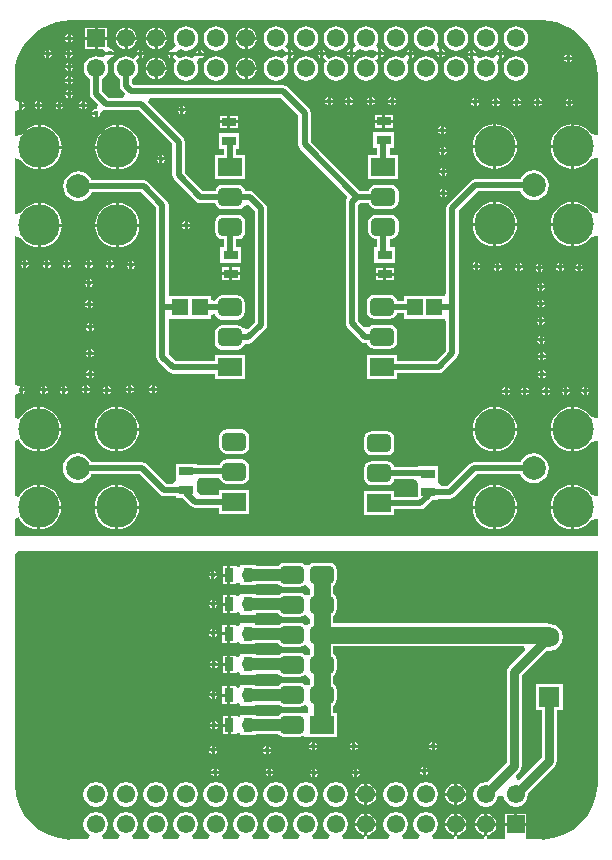
<source format=gtl>
G04 Layer_Physical_Order=1*
G04 Layer_Color=25308*
%FSLAX25Y25*%
%MOIN*%
G70*
G01*
G75*
%ADD10R,0.05315X0.05709*%
%ADD11R,0.04921X0.03150*%
%ADD12R,0.03150X0.04921*%
%ADD13C,0.03000*%
%ADD14C,0.05500*%
%ADD15C,0.04000*%
%ADD16C,0.02000*%
G04:AMPARAMS|DCode=17|XSize=60mil|YSize=80mil|CornerRadius=15mil|HoleSize=0mil|Usage=FLASHONLY|Rotation=90.000|XOffset=0mil|YOffset=0mil|HoleType=Round|Shape=RoundedRectangle|*
%AMROUNDEDRECTD17*
21,1,0.06000,0.05000,0,0,90.0*
21,1,0.03000,0.08000,0,0,90.0*
1,1,0.03000,0.02500,0.01500*
1,1,0.03000,0.02500,-0.01500*
1,1,0.03000,-0.02500,-0.01500*
1,1,0.03000,-0.02500,0.01500*
%
%ADD17ROUNDEDRECTD17*%
%ADD18R,0.08000X0.06000*%
%ADD19C,0.06102*%
%ADD20R,0.06102X0.06102*%
%ADD21C,0.06890*%
%ADD22R,0.06890X0.06890*%
%ADD23C,0.13780*%
%ADD24C,0.07874*%
%ADD25C,0.01772*%
G36*
X196850Y431796D02*
X354330D01*
X354331Y431796D01*
X354383Y431807D01*
X356736Y431653D01*
X359099Y431182D01*
X361382Y430408D01*
X363543Y429342D01*
X365547Y428003D01*
X367359Y426414D01*
X368948Y424602D01*
X370287Y422598D01*
X371353Y420436D01*
X372127Y418154D01*
X372598Y415791D01*
X372752Y413439D01*
X372741Y413386D01*
Y393827D01*
X372506Y393657D01*
X370666Y393917D01*
X369743Y395043D01*
X368618Y395966D01*
X367334Y396652D01*
X365941Y397075D01*
X364992Y397168D01*
Y389792D01*
Y382416D01*
X365941Y382509D01*
X367334Y382932D01*
X368618Y383618D01*
X369743Y384542D01*
X370666Y385667D01*
X372506Y385928D01*
X372741Y385757D01*
Y374016D01*
X372741Y374016D01*
Y367844D01*
X372506Y367673D01*
X370666Y367933D01*
X369743Y369058D01*
X368618Y369982D01*
X367334Y370668D01*
X365941Y371091D01*
X364992Y371184D01*
Y363808D01*
Y356432D01*
X365941Y356525D01*
X367334Y356948D01*
X368618Y357634D01*
X369743Y358557D01*
X370666Y359682D01*
X372506Y359943D01*
X372741Y359772D01*
Y299528D01*
X372506Y299357D01*
X370666Y299618D01*
X369743Y300743D01*
X368618Y301666D01*
X367334Y302352D01*
X365941Y302775D01*
X364992Y302868D01*
Y295492D01*
Y288116D01*
X365941Y288209D01*
X367334Y288632D01*
X368618Y289318D01*
X369743Y290242D01*
X370666Y291367D01*
X372506Y291627D01*
X372741Y291457D01*
Y273544D01*
X372506Y273373D01*
X370666Y273633D01*
X369743Y274759D01*
X368618Y275682D01*
X367334Y276368D01*
X365941Y276791D01*
X364992Y276884D01*
Y269508D01*
Y262132D01*
X365941Y262225D01*
X367334Y262648D01*
X368618Y263334D01*
X369743Y264257D01*
X370666Y265383D01*
X372506Y265643D01*
X372741Y265472D01*
Y259842D01*
X178440D01*
Y265744D01*
X179940Y266120D01*
X180334Y265383D01*
X181257Y264257D01*
X182383Y263334D01*
X183666Y262648D01*
X185059Y262225D01*
X186008Y262132D01*
Y269508D01*
Y276884D01*
X185059Y276791D01*
X183666Y276368D01*
X182383Y275682D01*
X181257Y274759D01*
X180334Y273633D01*
X179940Y272896D01*
X178440Y273272D01*
X178440Y291728D01*
X179940Y292104D01*
X180334Y291367D01*
X181257Y290242D01*
X182383Y289318D01*
X183666Y288632D01*
X185059Y288209D01*
X186008Y288116D01*
Y295492D01*
Y302868D01*
X185059Y302775D01*
X183666Y302352D01*
X182383Y301666D01*
X181257Y300743D01*
X180334Y299618D01*
X179940Y298881D01*
X178440Y299256D01*
Y306888D01*
X179034Y307271D01*
X179940Y307541D01*
X180159Y307395D01*
X180200Y307386D01*
Y308700D01*
Y310014D01*
X180159Y310005D01*
X179940Y309859D01*
X179034Y310129D01*
X178440Y310512D01*
Y359673D01*
X178618Y359784D01*
X180534Y359383D01*
X181457Y358257D01*
X182582Y357334D01*
X183866Y356648D01*
X185259Y356225D01*
X186208Y356132D01*
Y363508D01*
Y370884D01*
X185259Y370791D01*
X183866Y370368D01*
X182582Y369682D01*
X181457Y368759D01*
X180534Y367633D01*
X178618Y367232D01*
X178440Y367343D01*
Y374016D01*
X178440Y374016D01*
Y385657D01*
X178618Y385768D01*
X180534Y385367D01*
X181457Y384242D01*
X182582Y383318D01*
X183866Y382632D01*
X185259Y382209D01*
X186208Y382116D01*
Y389492D01*
Y396868D01*
X185259Y396775D01*
X183866Y396352D01*
X182582Y395666D01*
X181457Y394743D01*
X180534Y393618D01*
X178618Y393216D01*
X178440Y393327D01*
Y401343D01*
X178544Y401437D01*
X179940Y402008D01*
X179959Y401995D01*
X180000Y401987D01*
Y403300D01*
Y404613D01*
X179959Y404605D01*
X179940Y404592D01*
X178544Y405163D01*
X178440Y405257D01*
Y413386D01*
X178429Y413439D01*
X178584Y415791D01*
X179054Y418154D01*
X179828Y420437D01*
X180894Y422598D01*
X182233Y424602D01*
X183822Y426414D01*
X185634Y428003D01*
X187638Y429342D01*
X189800Y430408D01*
X192082Y431182D01*
X194446Y431653D01*
X196798Y431807D01*
X196850Y431796D01*
D02*
G37*
G36*
X372741Y177165D02*
X372750Y177121D01*
X372400Y173571D01*
X371352Y170115D01*
X369650Y166930D01*
X367358Y164138D01*
X364566Y161847D01*
X361381Y160144D01*
X357925Y159096D01*
X354375Y158746D01*
X354331Y158755D01*
X354331Y158755D01*
X349066D01*
X349051Y160249D01*
X349051Y160255D01*
Y163300D01*
X341949D01*
Y160255D01*
X341949Y160249D01*
X341934Y158755D01*
X336028D01*
X335928Y159769D01*
X335072D01*
X334972Y158755D01*
X326028D01*
X325928Y159769D01*
X325072D01*
X324972Y158755D01*
X317941D01*
X317486Y160255D01*
X318421Y160879D01*
X319316Y162219D01*
X319631Y163800D01*
X319316Y165381D01*
X318421Y166721D01*
X317081Y167616D01*
X315500Y167930D01*
X313919Y167616D01*
X312579Y166721D01*
X311684Y165381D01*
X311369Y163800D01*
X311684Y162219D01*
X312579Y160879D01*
X313514Y160255D01*
X313059Y158755D01*
X307941D01*
X307486Y160255D01*
X308421Y160879D01*
X309316Y162219D01*
X309630Y163800D01*
X309316Y165381D01*
X308421Y166721D01*
X307081Y167616D01*
X305500Y167930D01*
X303919Y167616D01*
X302579Y166721D01*
X301684Y165381D01*
X301370Y163800D01*
X301684Y162219D01*
X302579Y160879D01*
X303514Y160255D01*
X303059Y158755D01*
X296028D01*
X295928Y159769D01*
X295072D01*
X294972Y158755D01*
X287941D01*
X287486Y160255D01*
X288421Y160879D01*
X289316Y162219D01*
X289631Y163800D01*
X289316Y165381D01*
X288421Y166721D01*
X287081Y167616D01*
X285500Y167930D01*
X283919Y167616D01*
X282579Y166721D01*
X281684Y165381D01*
X281369Y163800D01*
X281684Y162219D01*
X282579Y160879D01*
X283514Y160255D01*
X283059Y158755D01*
X277941D01*
X277486Y160255D01*
X278421Y160879D01*
X279316Y162219D01*
X279630Y163800D01*
X279316Y165381D01*
X278421Y166721D01*
X277081Y167616D01*
X275500Y167930D01*
X273919Y167616D01*
X272579Y166721D01*
X271684Y165381D01*
X271370Y163800D01*
X271684Y162219D01*
X272579Y160879D01*
X273514Y160255D01*
X273059Y158755D01*
X267941D01*
X267486Y160255D01*
X268421Y160879D01*
X269316Y162219D01*
X269631Y163800D01*
X269316Y165381D01*
X268421Y166721D01*
X267081Y167616D01*
X265500Y167930D01*
X263919Y167616D01*
X262579Y166721D01*
X261684Y165381D01*
X261369Y163800D01*
X261684Y162219D01*
X262579Y160879D01*
X263514Y160255D01*
X263059Y158755D01*
X257941D01*
X257486Y160255D01*
X258421Y160879D01*
X259316Y162219D01*
X259630Y163800D01*
X259316Y165381D01*
X258421Y166721D01*
X257081Y167616D01*
X255500Y167930D01*
X253919Y167616D01*
X252579Y166721D01*
X251684Y165381D01*
X251370Y163800D01*
X251684Y162219D01*
X252579Y160879D01*
X253514Y160255D01*
X253059Y158755D01*
X247941D01*
X247486Y160255D01*
X248421Y160879D01*
X249316Y162219D01*
X249630Y163800D01*
X249316Y165381D01*
X248421Y166721D01*
X247081Y167616D01*
X245500Y167930D01*
X243919Y167616D01*
X242579Y166721D01*
X241684Y165381D01*
X241370Y163800D01*
X241684Y162219D01*
X242579Y160879D01*
X243514Y160255D01*
X243059Y158755D01*
X237941D01*
X237486Y160255D01*
X238421Y160879D01*
X239316Y162219D01*
X239631Y163800D01*
X239316Y165381D01*
X238421Y166721D01*
X237081Y167616D01*
X235500Y167930D01*
X233919Y167616D01*
X232579Y166721D01*
X231684Y165381D01*
X231369Y163800D01*
X231684Y162219D01*
X232579Y160879D01*
X233514Y160255D01*
X233059Y158755D01*
X227941D01*
X227486Y160255D01*
X228421Y160879D01*
X229316Y162219D01*
X229630Y163800D01*
X229316Y165381D01*
X228421Y166721D01*
X227081Y167616D01*
X225500Y167930D01*
X223919Y167616D01*
X222579Y166721D01*
X221684Y165381D01*
X221370Y163800D01*
X221684Y162219D01*
X222579Y160879D01*
X223514Y160255D01*
X223059Y158755D01*
X217941D01*
X217486Y160255D01*
X218421Y160879D01*
X219316Y162219D01*
X219631Y163800D01*
X219316Y165381D01*
X218421Y166721D01*
X217081Y167616D01*
X215500Y167930D01*
X213919Y167616D01*
X212579Y166721D01*
X211684Y165381D01*
X211369Y163800D01*
X211684Y162219D01*
X212579Y160879D01*
X213514Y160255D01*
X213059Y158755D01*
X207941D01*
X207486Y160255D01*
X208421Y160879D01*
X209316Y162219D01*
X209630Y163800D01*
X209316Y165381D01*
X208421Y166721D01*
X207081Y167616D01*
X205500Y167930D01*
X203919Y167616D01*
X202579Y166721D01*
X201684Y165381D01*
X201370Y163800D01*
X201684Y162219D01*
X202579Y160879D01*
X203514Y160255D01*
X203059Y158755D01*
X196850D01*
X196806Y158746D01*
X193256Y159096D01*
X189800Y160144D01*
X186615Y161847D01*
X183823Y164138D01*
X181532Y166930D01*
X179829Y170115D01*
X178781Y173571D01*
X178431Y177121D01*
X178440Y177165D01*
Y253839D01*
X179500Y254900D01*
X372741D01*
Y177165D01*
D02*
G37*
%LPC*%
G36*
X361600Y309613D02*
X361559Y309605D01*
X361101Y309299D01*
X360795Y308841D01*
X360787Y308800D01*
X361600D01*
Y309613D01*
D02*
G37*
G36*
X356100Y309513D02*
Y308700D01*
X356913D01*
X356905Y308741D01*
X356599Y309199D01*
X356141Y309505D01*
X356100Y309513D01*
D02*
G37*
G36*
X355100D02*
X355059Y309505D01*
X354601Y309199D01*
X354295Y308741D01*
X354287Y308700D01*
X355100D01*
Y309513D01*
D02*
G37*
G36*
X362600Y309613D02*
Y308800D01*
X363414D01*
X363405Y308841D01*
X363099Y309299D01*
X362641Y309605D01*
X362600Y309613D01*
D02*
G37*
G36*
X369200D02*
Y308800D01*
X370013D01*
X370005Y308841D01*
X369699Y309299D01*
X369241Y309605D01*
X369200Y309613D01*
D02*
G37*
G36*
X368200D02*
X368159Y309605D01*
X367701Y309299D01*
X367395Y308841D01*
X367387Y308800D01*
X368200D01*
Y309613D01*
D02*
G37*
G36*
X208700Y309813D02*
X208659Y309805D01*
X208201Y309499D01*
X207895Y309041D01*
X207887Y309000D01*
X208700D01*
Y309813D01*
D02*
G37*
G36*
X342800Y309513D02*
Y308700D01*
X343614D01*
X343605Y308741D01*
X343299Y309199D01*
X342841Y309505D01*
X342800Y309513D01*
D02*
G37*
G36*
X224100Y308400D02*
X223287D01*
X223295Y308359D01*
X223601Y307901D01*
X224059Y307595D01*
X224100Y307587D01*
Y308400D01*
D02*
G37*
G36*
X218113Y308300D02*
X217300D01*
Y307487D01*
X217341Y307495D01*
X217799Y307801D01*
X218105Y308259D01*
X218113Y308300D01*
D02*
G37*
G36*
X216300D02*
X215487D01*
X215495Y308259D01*
X215801Y307801D01*
X216259Y307495D01*
X216300Y307487D01*
Y308300D01*
D02*
G37*
G36*
X225914Y308400D02*
X225100D01*
Y307587D01*
X225141Y307595D01*
X225599Y307901D01*
X225905Y308359D01*
X225914Y308400D01*
D02*
G37*
G36*
X341800Y309513D02*
X341759Y309505D01*
X341301Y309199D01*
X340995Y308741D01*
X340986Y308700D01*
X341800D01*
Y309513D01*
D02*
G37*
G36*
X349000Y309414D02*
Y308600D01*
X349814D01*
X349805Y308641D01*
X349499Y309099D01*
X349041Y309405D01*
X349000Y309414D01*
D02*
G37*
G36*
X348000D02*
X347959Y309405D01*
X347501Y309099D01*
X347195Y308641D01*
X347186Y308600D01*
X348000D01*
Y309414D01*
D02*
G37*
G36*
X224100Y310213D02*
X224059Y310205D01*
X223601Y309899D01*
X223295Y309441D01*
X223287Y309400D01*
X224100D01*
Y310213D01*
D02*
G37*
G36*
X225100D02*
Y309400D01*
X225914D01*
X225905Y309441D01*
X225599Y309899D01*
X225141Y310205D01*
X225100Y310213D01*
D02*
G37*
G36*
X216300Y310114D02*
X216259Y310105D01*
X215801Y309799D01*
X215495Y309341D01*
X215487Y309300D01*
X216300D01*
Y310114D01*
D02*
G37*
G36*
X217300D02*
Y309300D01*
X218113D01*
X218105Y309341D01*
X217799Y309799D01*
X217341Y310105D01*
X217300Y310114D01*
D02*
G37*
G36*
X353700Y313400D02*
X352887D01*
X352895Y313359D01*
X353201Y312901D01*
X353659Y312595D01*
X353700Y312586D01*
Y313400D01*
D02*
G37*
G36*
X355514D02*
X354700D01*
Y312586D01*
X354741Y312595D01*
X355199Y312901D01*
X355505Y313359D01*
X355514Y313400D01*
D02*
G37*
G36*
X203100D02*
X202287D01*
X202295Y313359D01*
X202601Y312901D01*
X203059Y312595D01*
X203100Y312586D01*
Y313400D01*
D02*
G37*
G36*
X204913D02*
X204100D01*
Y312586D01*
X204141Y312595D01*
X204599Y312901D01*
X204905Y313359D01*
X204913Y313400D01*
D02*
G37*
G36*
X188600Y309913D02*
Y309100D01*
X189413D01*
X189405Y309141D01*
X189099Y309599D01*
X188641Y309905D01*
X188600Y309913D01*
D02*
G37*
G36*
X194400D02*
X194359Y309905D01*
X193901Y309599D01*
X193595Y309141D01*
X193587Y309100D01*
X194400D01*
Y309913D01*
D02*
G37*
G36*
X209700Y309813D02*
Y309000D01*
X210513D01*
X210505Y309041D01*
X210199Y309499D01*
X209741Y309805D01*
X209700Y309813D01*
D02*
G37*
G36*
X187600Y309913D02*
X187559Y309905D01*
X187101Y309599D01*
X186795Y309141D01*
X186786Y309100D01*
X187600D01*
Y309913D01*
D02*
G37*
G36*
X201700Y310114D02*
X201659Y310105D01*
X201201Y309799D01*
X200895Y309341D01*
X200887Y309300D01*
X201700D01*
Y310114D01*
D02*
G37*
G36*
X202700D02*
Y309300D01*
X203514D01*
X203505Y309341D01*
X203199Y309799D01*
X202741Y310105D01*
X202700Y310114D01*
D02*
G37*
G36*
X195400Y309913D02*
Y309100D01*
X196213D01*
X196205Y309141D01*
X195899Y309599D01*
X195441Y309905D01*
X195400Y309913D01*
D02*
G37*
G36*
X181200Y310014D02*
Y309200D01*
X182013D01*
X182005Y309241D01*
X181699Y309699D01*
X181241Y310005D01*
X181200Y310014D01*
D02*
G37*
G36*
X339008Y302868D02*
Y295992D01*
X345884D01*
X345791Y296941D01*
X345368Y298334D01*
X344682Y299618D01*
X343759Y300743D01*
X342633Y301666D01*
X341350Y302352D01*
X339956Y302775D01*
X339008Y302868D01*
D02*
G37*
G36*
X338008D02*
X337059Y302775D01*
X335666Y302352D01*
X334383Y301666D01*
X333257Y300743D01*
X332334Y299618D01*
X331648Y298334D01*
X331225Y296941D01*
X331132Y295992D01*
X338008D01*
Y302868D01*
D02*
G37*
G36*
X212992D02*
Y295992D01*
X219868D01*
X219775Y296941D01*
X219352Y298334D01*
X218666Y299618D01*
X217743Y300743D01*
X216617Y301666D01*
X215334Y302352D01*
X213941Y302775D01*
X212992Y302868D01*
D02*
G37*
G36*
X363992D02*
X363043Y302775D01*
X361650Y302352D01*
X360367Y301666D01*
X359242Y300743D01*
X358318Y299618D01*
X357632Y298334D01*
X357209Y296941D01*
X357116Y295992D01*
X363992D01*
Y302868D01*
D02*
G37*
G36*
X341800Y307700D02*
X340986D01*
X340995Y307659D01*
X341301Y307201D01*
X341759Y306895D01*
X341800Y306887D01*
Y307700D01*
D02*
G37*
G36*
X349814Y307600D02*
X349000D01*
Y306786D01*
X349041Y306795D01*
X349499Y307101D01*
X349805Y307559D01*
X349814Y307600D01*
D02*
G37*
G36*
X348000D02*
X347186D01*
X347195Y307559D01*
X347501Y307101D01*
X347959Y306795D01*
X348000Y306786D01*
Y307600D01*
D02*
G37*
G36*
X211992Y302868D02*
X211044Y302775D01*
X209650Y302352D01*
X208367Y301666D01*
X207242Y300743D01*
X206318Y299618D01*
X205632Y298334D01*
X205209Y296941D01*
X205116Y295992D01*
X211992D01*
Y302868D01*
D02*
G37*
G36*
X219868Y294992D02*
X212992D01*
Y288116D01*
X213941Y288209D01*
X215334Y288632D01*
X216617Y289318D01*
X217743Y290242D01*
X218666Y291367D01*
X219352Y292651D01*
X219775Y294043D01*
X219868Y294992D01*
D02*
G37*
G36*
X211992D02*
X205116D01*
X205209Y294043D01*
X205632Y292651D01*
X206318Y291367D01*
X207242Y290242D01*
X208367Y289318D01*
X209650Y288632D01*
X211044Y288209D01*
X211992Y288116D01*
Y294992D01*
D02*
G37*
G36*
X193884D02*
X187008D01*
Y288116D01*
X187957Y288209D01*
X189349Y288632D01*
X190633Y289318D01*
X191759Y290242D01*
X192682Y291367D01*
X193368Y292651D01*
X193791Y294043D01*
X193884Y294992D01*
D02*
G37*
G36*
X338008D02*
X331132D01*
X331225Y294043D01*
X331648Y292651D01*
X332334Y291367D01*
X333257Y290242D01*
X334383Y289318D01*
X335666Y288632D01*
X337059Y288209D01*
X338008Y288116D01*
Y294992D01*
D02*
G37*
G36*
X187008Y302868D02*
Y295992D01*
X193884D01*
X193791Y296941D01*
X193368Y298334D01*
X192682Y299618D01*
X191759Y300743D01*
X190633Y301666D01*
X189349Y302352D01*
X187957Y302775D01*
X187008Y302868D01*
D02*
G37*
G36*
X363992Y294992D02*
X357116D01*
X357209Y294043D01*
X357632Y292651D01*
X358318Y291367D01*
X359242Y290242D01*
X360367Y289318D01*
X361650Y288632D01*
X363043Y288209D01*
X363992Y288116D01*
Y294992D01*
D02*
G37*
G36*
X345884D02*
X339008D01*
Y288116D01*
X339956Y288209D01*
X341350Y288632D01*
X342633Y289318D01*
X343759Y290242D01*
X344682Y291367D01*
X345368Y292651D01*
X345791Y294043D01*
X345884Y294992D01*
D02*
G37*
G36*
X343614Y307700D02*
X342800D01*
Y306887D01*
X342841Y306895D01*
X343299Y307201D01*
X343605Y307659D01*
X343614Y307700D01*
D02*
G37*
G36*
X194400Y308100D02*
X193587D01*
X193595Y308059D01*
X193901Y307601D01*
X194359Y307295D01*
X194400Y307287D01*
Y308100D01*
D02*
G37*
G36*
X189413D02*
X188600D01*
Y307287D01*
X188641Y307295D01*
X189099Y307601D01*
X189405Y308059D01*
X189413Y308100D01*
D02*
G37*
G36*
X187600D02*
X186786D01*
X186795Y308059D01*
X187101Y307601D01*
X187559Y307295D01*
X187600Y307287D01*
Y308100D01*
D02*
G37*
G36*
X196213D02*
X195400D01*
Y307287D01*
X195441Y307295D01*
X195899Y307601D01*
X196205Y308059D01*
X196213Y308100D01*
D02*
G37*
G36*
X203514Y308300D02*
X202700D01*
Y307487D01*
X202741Y307495D01*
X203199Y307801D01*
X203505Y308259D01*
X203514Y308300D01*
D02*
G37*
G36*
X201700D02*
X200887D01*
X200895Y308259D01*
X201201Y307801D01*
X201659Y307495D01*
X201700Y307487D01*
Y308300D01*
D02*
G37*
G36*
X182013Y308200D02*
X181200D01*
Y307386D01*
X181241Y307395D01*
X181699Y307701D01*
X182005Y308159D01*
X182013Y308200D01*
D02*
G37*
G36*
X210513Y308000D02*
X209700D01*
Y307187D01*
X209741Y307195D01*
X210199Y307501D01*
X210505Y307959D01*
X210513Y308000D01*
D02*
G37*
G36*
X361600Y307800D02*
X360787D01*
X360795Y307759D01*
X361101Y307301D01*
X361559Y306995D01*
X361600Y306986D01*
Y307800D01*
D02*
G37*
G36*
X356913Y307700D02*
X356100D01*
Y306887D01*
X356141Y306895D01*
X356599Y307201D01*
X356905Y307659D01*
X356913Y307700D01*
D02*
G37*
G36*
X355100D02*
X354287D01*
X354295Y307659D01*
X354601Y307201D01*
X355059Y306895D01*
X355100Y306887D01*
Y307700D01*
D02*
G37*
G36*
X363414Y307800D02*
X362600D01*
Y306986D01*
X362641Y306995D01*
X363099Y307301D01*
X363405Y307759D01*
X363414Y307800D01*
D02*
G37*
G36*
X208700Y308000D02*
X207887D01*
X207895Y307959D01*
X208201Y307501D01*
X208659Y307195D01*
X208700Y307187D01*
Y308000D01*
D02*
G37*
G36*
X370013Y307800D02*
X369200D01*
Y306986D01*
X369241Y306995D01*
X369699Y307301D01*
X370005Y307759D01*
X370013Y307800D01*
D02*
G37*
G36*
X368200D02*
X367387D01*
X367395Y307759D01*
X367701Y307301D01*
X368159Y306995D01*
X368200Y306986D01*
Y307800D01*
D02*
G37*
G36*
X304761Y346750D02*
X302300D01*
Y345176D01*
X304761D01*
Y346750D01*
D02*
G37*
G36*
X301300D02*
X298839D01*
Y345176D01*
X301300D01*
Y346750D01*
D02*
G37*
G36*
X203700Y345614D02*
Y344800D01*
X204514D01*
X204505Y344841D01*
X204199Y345299D01*
X203741Y345605D01*
X203700Y345614D01*
D02*
G37*
G36*
X250000Y346850D02*
X247539D01*
Y345276D01*
X250000D01*
Y346850D01*
D02*
G37*
G36*
X304761Y349325D02*
X302300D01*
Y347750D01*
X304761D01*
Y349325D01*
D02*
G37*
G36*
X301300D02*
X298839D01*
Y347750D01*
X301300D01*
Y349325D01*
D02*
G37*
G36*
X253461Y346850D02*
X251000D01*
Y345276D01*
X253461D01*
Y346850D01*
D02*
G37*
G36*
X202700Y345614D02*
X202659Y345605D01*
X202201Y345299D01*
X201895Y344841D01*
X201887Y344800D01*
X202700D01*
Y345614D01*
D02*
G37*
G36*
X355114Y342500D02*
X354300D01*
Y341687D01*
X354341Y341695D01*
X354799Y342001D01*
X355105Y342459D01*
X355114Y342500D01*
D02*
G37*
G36*
X353300D02*
X352486D01*
X352495Y342459D01*
X352801Y342001D01*
X353259Y341695D01*
X353300Y341687D01*
Y342500D01*
D02*
G37*
G36*
X354300Y338714D02*
Y337900D01*
X355114D01*
X355105Y337941D01*
X354799Y338399D01*
X354341Y338705D01*
X354300Y338714D01*
D02*
G37*
G36*
X202700Y343800D02*
X201887D01*
X201895Y343759D01*
X202201Y343301D01*
X202659Y342995D01*
X202700Y342986D01*
Y343800D01*
D02*
G37*
G36*
X354300Y344314D02*
Y343500D01*
X355114D01*
X355105Y343541D01*
X354799Y343999D01*
X354341Y344305D01*
X354300Y344314D01*
D02*
G37*
G36*
X353300D02*
X353259Y344305D01*
X352801Y343999D01*
X352495Y343541D01*
X352486Y343500D01*
X353300D01*
Y344314D01*
D02*
G37*
G36*
X204514Y343800D02*
X203700D01*
Y342986D01*
X203741Y342995D01*
X204199Y343301D01*
X204505Y343759D01*
X204514Y343800D01*
D02*
G37*
G36*
X250000Y349425D02*
X247539D01*
Y347850D01*
X250000D01*
Y349425D01*
D02*
G37*
G36*
X361613Y349100D02*
X360800D01*
Y348287D01*
X360841Y348295D01*
X361299Y348601D01*
X361605Y349059D01*
X361613Y349100D01*
D02*
G37*
G36*
X359800D02*
X358986D01*
X358995Y349059D01*
X359301Y348601D01*
X359759Y348295D01*
X359800Y348287D01*
Y349100D01*
D02*
G37*
G36*
X347814D02*
X347000D01*
Y348287D01*
X347041Y348295D01*
X347499Y348601D01*
X347805Y349059D01*
X347814Y349100D01*
D02*
G37*
G36*
X331900Y349400D02*
X331086D01*
X331095Y349359D01*
X331401Y348901D01*
X331859Y348595D01*
X331900Y348587D01*
Y349400D01*
D02*
G37*
G36*
X218513Y349800D02*
X217700D01*
Y348987D01*
X217741Y348995D01*
X218199Y349301D01*
X218505Y349759D01*
X218513Y349800D01*
D02*
G37*
G36*
X216700D02*
X215886D01*
X215895Y349759D01*
X216201Y349301D01*
X216659Y348995D01*
X216700Y348987D01*
Y349800D01*
D02*
G37*
G36*
X333714Y349400D02*
X332900D01*
Y348587D01*
X332941Y348595D01*
X333399Y348901D01*
X333705Y349359D01*
X333714Y349400D01*
D02*
G37*
G36*
X346000Y349100D02*
X345186D01*
X345195Y349059D01*
X345501Y348601D01*
X345959Y348295D01*
X346000Y348287D01*
Y349100D01*
D02*
G37*
G36*
X354714Y348800D02*
X353900D01*
Y347987D01*
X353941Y347995D01*
X354399Y348301D01*
X354705Y348759D01*
X354714Y348800D01*
D02*
G37*
G36*
X352900D02*
X352086D01*
X352095Y348759D01*
X352401Y348301D01*
X352859Y347995D01*
X352900Y347987D01*
Y348800D01*
D02*
G37*
G36*
X253461Y349425D02*
X251000D01*
Y347850D01*
X253461D01*
Y349425D01*
D02*
G37*
G36*
X366100Y348900D02*
X365286D01*
X365295Y348859D01*
X365601Y348401D01*
X366059Y348095D01*
X366100Y348087D01*
Y348900D01*
D02*
G37*
G36*
X340813Y349100D02*
X340000D01*
Y348287D01*
X340041Y348295D01*
X340499Y348601D01*
X340805Y349059D01*
X340813Y349100D01*
D02*
G37*
G36*
X339000D02*
X338187D01*
X338195Y349059D01*
X338501Y348601D01*
X338959Y348295D01*
X339000Y348287D01*
Y349100D01*
D02*
G37*
G36*
X367914Y348900D02*
X367100D01*
Y348087D01*
X367141Y348095D01*
X367599Y348401D01*
X367905Y348859D01*
X367914Y348900D01*
D02*
G37*
G36*
X353300Y338714D02*
X353259Y338705D01*
X352801Y338399D01*
X352495Y337941D01*
X352486Y337900D01*
X353300D01*
Y338714D01*
D02*
G37*
G36*
X203000Y322113D02*
X202959Y322105D01*
X202501Y321799D01*
X202195Y321341D01*
X202186Y321300D01*
X203000D01*
Y322113D01*
D02*
G37*
G36*
X354600Y321113D02*
Y320300D01*
X355414D01*
X355405Y320341D01*
X355099Y320799D01*
X354641Y321105D01*
X354600Y321113D01*
D02*
G37*
G36*
X353600D02*
X353559Y321105D01*
X353101Y320799D01*
X352795Y320341D01*
X352786Y320300D01*
X353600D01*
Y321113D01*
D02*
G37*
G36*
X204000Y322113D02*
Y321300D01*
X204814D01*
X204805Y321341D01*
X204499Y321799D01*
X204041Y322105D01*
X204000Y322113D01*
D02*
G37*
G36*
X353500Y326613D02*
X353459Y326605D01*
X353001Y326299D01*
X352695Y325841D01*
X352687Y325800D01*
X353500D01*
Y326613D01*
D02*
G37*
G36*
X355313Y324800D02*
X354500D01*
Y323987D01*
X354541Y323995D01*
X354999Y324301D01*
X355305Y324759D01*
X355313Y324800D01*
D02*
G37*
G36*
X353500D02*
X352687D01*
X352695Y324759D01*
X353001Y324301D01*
X353459Y323995D01*
X353500Y323987D01*
Y324800D01*
D02*
G37*
G36*
X204814Y320300D02*
X204000D01*
Y319486D01*
X204041Y319495D01*
X204499Y319801D01*
X204805Y320259D01*
X204814Y320300D01*
D02*
G37*
G36*
X353700Y315213D02*
X353659Y315205D01*
X353201Y314899D01*
X352895Y314441D01*
X352887Y314400D01*
X353700D01*
Y315213D01*
D02*
G37*
G36*
X204100D02*
Y314400D01*
X204913D01*
X204905Y314441D01*
X204599Y314899D01*
X204141Y315205D01*
X204100Y315213D01*
D02*
G37*
G36*
X203100D02*
X203059Y315205D01*
X202601Y314899D01*
X202295Y314441D01*
X202287Y314400D01*
X203100D01*
Y315213D01*
D02*
G37*
G36*
X354700D02*
Y314400D01*
X355514D01*
X355505Y314441D01*
X355199Y314899D01*
X354741Y315205D01*
X354700Y315213D01*
D02*
G37*
G36*
X203000Y320300D02*
X202186D01*
X202195Y320259D01*
X202501Y319801D01*
X202959Y319495D01*
X203000Y319486D01*
Y320300D01*
D02*
G37*
G36*
X355414Y319300D02*
X354600D01*
Y318486D01*
X354641Y318495D01*
X355099Y318801D01*
X355405Y319259D01*
X355414Y319300D01*
D02*
G37*
G36*
X353600D02*
X352786D01*
X352795Y319259D01*
X353101Y318801D01*
X353559Y318495D01*
X353600Y318486D01*
Y319300D01*
D02*
G37*
G36*
X354500Y326613D02*
Y325800D01*
X355313D01*
X355305Y325841D01*
X354999Y326299D01*
X354541Y326605D01*
X354500Y326613D01*
D02*
G37*
G36*
X204613Y336700D02*
X203800D01*
Y335887D01*
X203841Y335895D01*
X204299Y336201D01*
X204605Y336659D01*
X204613Y336700D01*
D02*
G37*
G36*
X202800D02*
X201987D01*
X201995Y336659D01*
X202301Y336201D01*
X202759Y335895D01*
X202800Y335887D01*
Y336700D01*
D02*
G37*
G36*
X354300Y333014D02*
Y332200D01*
X355114D01*
X355105Y332241D01*
X354799Y332699D01*
X354341Y333005D01*
X354300Y333014D01*
D02*
G37*
G36*
X353300Y336900D02*
X352486D01*
X352495Y336859D01*
X352801Y336401D01*
X353259Y336095D01*
X353300Y336087D01*
Y336900D01*
D02*
G37*
G36*
X203800Y338513D02*
Y337700D01*
X204613D01*
X204605Y337741D01*
X204299Y338199D01*
X203841Y338505D01*
X203800Y338513D01*
D02*
G37*
G36*
X202800D02*
X202759Y338505D01*
X202301Y338199D01*
X201995Y337741D01*
X201987Y337700D01*
X202800D01*
Y338513D01*
D02*
G37*
G36*
X355114Y336900D02*
X354300D01*
Y336087D01*
X354341Y336095D01*
X354799Y336401D01*
X355105Y336859D01*
X355114Y336900D01*
D02*
G37*
G36*
X353300Y333014D02*
X353259Y333005D01*
X352801Y332699D01*
X352495Y332241D01*
X352486Y332200D01*
X353300D01*
Y333014D01*
D02*
G37*
G36*
X203100Y330913D02*
X203059Y330905D01*
X202601Y330599D01*
X202295Y330141D01*
X202287Y330100D01*
X203100D01*
Y330913D01*
D02*
G37*
G36*
X204913Y329100D02*
X204100D01*
Y328287D01*
X204141Y328295D01*
X204599Y328601D01*
X204905Y329059D01*
X204913Y329100D01*
D02*
G37*
G36*
X203100D02*
X202287D01*
X202295Y329059D01*
X202601Y328601D01*
X203059Y328295D01*
X203100Y328287D01*
Y329100D01*
D02*
G37*
G36*
X204100Y330913D02*
Y330100D01*
X204913D01*
X204905Y330141D01*
X204599Y330599D01*
X204141Y330905D01*
X204100Y330913D01*
D02*
G37*
G36*
X199700Y381480D02*
X198411Y381310D01*
X197210Y380813D01*
X196179Y380021D01*
X195387Y378990D01*
X194890Y377789D01*
X194720Y376500D01*
X194890Y375211D01*
X195387Y374010D01*
X196179Y372979D01*
X197210Y372187D01*
X198411Y371690D01*
X199700Y371520D01*
X200989Y371690D01*
X202190Y372187D01*
X203221Y372979D01*
X204012Y374010D01*
X204199Y374461D01*
X220655D01*
X225661Y369455D01*
Y319700D01*
X225816Y318920D01*
X226258Y318258D01*
X229858Y314658D01*
X230520Y314216D01*
X231300Y314061D01*
X245200D01*
Y312100D01*
X255200D01*
Y320100D01*
X245200D01*
Y318139D01*
X232145D01*
X229739Y320545D01*
Y330851D01*
X229995Y332246D01*
X243806D01*
Y333676D01*
X245305Y333823D01*
X245345Y333625D01*
X245898Y332798D01*
X246725Y332245D01*
X247700Y332051D01*
X252700D01*
X253676Y332245D01*
X254502Y332798D01*
X255055Y333625D01*
X255249Y334600D01*
Y337600D01*
X255055Y338576D01*
X254502Y339402D01*
X253676Y339955D01*
X252700Y340149D01*
X247700D01*
X246725Y339955D01*
X245898Y339402D01*
X245345Y338576D01*
X245305Y338377D01*
X243806Y338524D01*
Y339954D01*
X229995D01*
X229739Y341349D01*
Y370300D01*
X229584Y371080D01*
X229142Y371742D01*
X222942Y377942D01*
X222280Y378384D01*
X221500Y378539D01*
X204199D01*
X204012Y378990D01*
X203221Y380021D01*
X202190Y380813D01*
X200989Y381310D01*
X199700Y381480D01*
D02*
G37*
G36*
X355114Y331200D02*
X354300D01*
Y330386D01*
X354341Y330395D01*
X354799Y330701D01*
X355105Y331159D01*
X355114Y331200D01*
D02*
G37*
G36*
X353300D02*
X352486D01*
X352495Y331159D01*
X352801Y330701D01*
X353259Y330395D01*
X353300Y330386D01*
Y331200D01*
D02*
G37*
G36*
X316314Y181100D02*
X315500D01*
Y180287D01*
X315541Y180295D01*
X315999Y180601D01*
X316305Y181059D01*
X316314Y181100D01*
D02*
G37*
G36*
X314500D02*
X313686D01*
X313695Y181059D01*
X314001Y180601D01*
X314459Y180295D01*
X314500Y180287D01*
Y181100D01*
D02*
G37*
G36*
X264714Y180600D02*
X263900D01*
Y179787D01*
X263941Y179795D01*
X264399Y180101D01*
X264705Y180559D01*
X264714Y180600D01*
D02*
G37*
G36*
X277700Y182314D02*
X277659Y182305D01*
X277201Y181999D01*
X276895Y181541D01*
X276887Y181500D01*
X277700D01*
Y182314D01*
D02*
G37*
G36*
X292600D02*
Y181500D01*
X293413D01*
X293405Y181541D01*
X293099Y181999D01*
X292641Y182305D01*
X292600Y182314D01*
D02*
G37*
G36*
X291600D02*
X291559Y182305D01*
X291101Y181999D01*
X290795Y181541D01*
X290787Y181500D01*
X291600D01*
Y182314D01*
D02*
G37*
G36*
X278700D02*
Y181500D01*
X279514D01*
X279505Y181541D01*
X279199Y181999D01*
X278741Y182305D01*
X278700Y182314D01*
D02*
G37*
G36*
X262900Y180600D02*
X262087D01*
X262095Y180559D01*
X262401Y180101D01*
X262859Y179795D01*
X262900Y179787D01*
Y180600D01*
D02*
G37*
G36*
X279514Y180500D02*
X278700D01*
Y179686D01*
X278741Y179695D01*
X279199Y180001D01*
X279505Y180459D01*
X279514Y180500D01*
D02*
G37*
G36*
X277700D02*
X276887D01*
X276895Y180459D01*
X277201Y180001D01*
X277659Y179695D01*
X277700Y179686D01*
Y180500D01*
D02*
G37*
G36*
X326000Y177321D02*
Y174300D01*
X329021D01*
X328845Y175186D01*
X328060Y176360D01*
X326886Y177145D01*
X326000Y177321D01*
D02*
G37*
G36*
X291600Y180500D02*
X290787D01*
X290795Y180459D01*
X291101Y180001D01*
X291559Y179695D01*
X291600Y179686D01*
Y180500D01*
D02*
G37*
G36*
X246614Y180600D02*
X245800D01*
Y179787D01*
X245841Y179795D01*
X246299Y180101D01*
X246605Y180559D01*
X246614Y180600D01*
D02*
G37*
G36*
X244800D02*
X243987D01*
X243995Y180559D01*
X244301Y180101D01*
X244759Y179795D01*
X244800Y179787D01*
Y180600D01*
D02*
G37*
G36*
X293413Y180500D02*
X292600D01*
Y179686D01*
X292641Y179695D01*
X293099Y180001D01*
X293405Y180459D01*
X293413Y180500D01*
D02*
G37*
G36*
X244800Y182413D02*
X244759Y182405D01*
X244301Y182099D01*
X243995Y181641D01*
X243987Y181600D01*
X244800D01*
Y182413D01*
D02*
G37*
G36*
X279313Y189400D02*
X278500D01*
Y188586D01*
X278541Y188595D01*
X278999Y188901D01*
X279305Y189359D01*
X279313Y189400D01*
D02*
G37*
G36*
X277500D02*
X276687D01*
X276695Y189359D01*
X277001Y188901D01*
X277459Y188595D01*
X277500Y188586D01*
Y189400D01*
D02*
G37*
G36*
X246013Y188100D02*
X245200D01*
Y187286D01*
X245241Y187295D01*
X245699Y187601D01*
X246005Y188059D01*
X246013Y188100D01*
D02*
G37*
G36*
X291000Y189400D02*
X290187D01*
X290195Y189359D01*
X290501Y188901D01*
X290959Y188595D01*
X291000Y188586D01*
Y189400D01*
D02*
G37*
G36*
X319314D02*
X318500D01*
Y188586D01*
X318541Y188595D01*
X318999Y188901D01*
X319305Y189359D01*
X319314Y189400D01*
D02*
G37*
G36*
X317500D02*
X316687D01*
X316695Y189359D01*
X317001Y188901D01*
X317459Y188595D01*
X317500Y188586D01*
Y189400D01*
D02*
G37*
G36*
X292813D02*
X292000D01*
Y188586D01*
X292041Y188595D01*
X292499Y188901D01*
X292805Y189359D01*
X292813Y189400D01*
D02*
G37*
G36*
X244200Y188100D02*
X243387D01*
X243395Y188059D01*
X243701Y187601D01*
X244159Y187295D01*
X244200Y187286D01*
Y188100D01*
D02*
G37*
G36*
X263900Y182413D02*
Y181600D01*
X264714D01*
X264705Y181641D01*
X264399Y182099D01*
X263941Y182405D01*
X263900Y182413D01*
D02*
G37*
G36*
X262900D02*
X262859Y182405D01*
X262401Y182099D01*
X262095Y181641D01*
X262087Y181600D01*
X262900D01*
Y182413D01*
D02*
G37*
G36*
X245800D02*
Y181600D01*
X246614D01*
X246605Y181641D01*
X246299Y182099D01*
X245841Y182405D01*
X245800Y182413D01*
D02*
G37*
G36*
X314500Y182913D02*
X314459Y182905D01*
X314001Y182599D01*
X313695Y182141D01*
X313686Y182100D01*
X314500D01*
Y182913D01*
D02*
G37*
G36*
X263913Y188000D02*
X263100D01*
Y187187D01*
X263141Y187195D01*
X263599Y187501D01*
X263905Y187959D01*
X263913Y188000D01*
D02*
G37*
G36*
X262100D02*
X261286D01*
X261295Y187959D01*
X261601Y187501D01*
X262059Y187195D01*
X262100Y187187D01*
Y188000D01*
D02*
G37*
G36*
X315500Y182913D02*
Y182100D01*
X316314D01*
X316305Y182141D01*
X315999Y182599D01*
X315541Y182905D01*
X315500Y182913D01*
D02*
G37*
G36*
X325000Y177321D02*
X324114Y177145D01*
X322940Y176360D01*
X322155Y175186D01*
X321979Y174300D01*
X325000D01*
Y177321D01*
D02*
G37*
G36*
X335000Y167321D02*
X334114Y167145D01*
X332940Y166360D01*
X332155Y165186D01*
X331979Y164300D01*
X335000D01*
Y167321D01*
D02*
G37*
G36*
X326000D02*
Y164300D01*
X329021D01*
X328845Y165186D01*
X328060Y166360D01*
X326886Y167145D01*
X326000Y167321D01*
D02*
G37*
G36*
X325000D02*
X324114Y167145D01*
X322940Y166360D01*
X322155Y165186D01*
X321979Y164300D01*
X325000D01*
Y167321D01*
D02*
G37*
G36*
X336000D02*
Y164300D01*
X339021D01*
X338845Y165186D01*
X338060Y166360D01*
X336886Y167145D01*
X336000Y167321D01*
D02*
G37*
G36*
X205500Y177930D02*
X203919Y177616D01*
X202579Y176721D01*
X201684Y175381D01*
X201370Y173800D01*
X201684Y172219D01*
X202579Y170879D01*
X203919Y169984D01*
X205500Y169669D01*
X207081Y169984D01*
X208421Y170879D01*
X209316Y172219D01*
X209630Y173800D01*
X209316Y175381D01*
X208421Y176721D01*
X207081Y177616D01*
X205500Y177930D01*
D02*
G37*
G36*
X349051Y167351D02*
X346000D01*
Y164300D01*
X349051D01*
Y167351D01*
D02*
G37*
G36*
X345000D02*
X341949D01*
Y164300D01*
X345000D01*
Y167351D01*
D02*
G37*
G36*
X296000Y167321D02*
Y164300D01*
X299021D01*
X298845Y165186D01*
X298060Y166360D01*
X296886Y167145D01*
X296000Y167321D01*
D02*
G37*
G36*
X335000Y163300D02*
X331979D01*
X332155Y162414D01*
X332940Y161240D01*
X334114Y160455D01*
X334471Y160384D01*
X334471Y160384D01*
X335000Y160279D01*
Y163300D01*
D02*
G37*
G36*
X325000D02*
X321979D01*
X322155Y162414D01*
X322940Y161240D01*
X324114Y160455D01*
X324471Y160384D01*
X324471Y160384D01*
X325000Y160279D01*
Y163300D01*
D02*
G37*
G36*
X295000D02*
X291979D01*
X292155Y162414D01*
X292940Y161240D01*
X294114Y160455D01*
X294471Y160384D01*
X294471Y160384D01*
X295000Y160279D01*
Y163300D01*
D02*
G37*
G36*
X299021D02*
X296000D01*
Y160279D01*
X296529Y160384D01*
X296529D01*
X296886Y160455D01*
X298060Y161240D01*
X298845Y162414D01*
X299021Y163300D01*
D02*
G37*
G36*
X295000Y167321D02*
X294114Y167145D01*
X292940Y166360D01*
X292155Y165186D01*
X291979Y164300D01*
X295000D01*
Y167321D01*
D02*
G37*
G36*
X329021Y163300D02*
X326000D01*
Y160279D01*
X326529Y160384D01*
X326529D01*
X326886Y160455D01*
X328060Y161240D01*
X328845Y162414D01*
X329021Y163300D01*
D02*
G37*
G36*
X339021D02*
X336000D01*
Y160279D01*
X336529Y160384D01*
X336529D01*
X336886Y160455D01*
X338060Y161240D01*
X338845Y162414D01*
X339021Y163300D01*
D02*
G37*
G36*
X215500Y177930D02*
X213919Y177616D01*
X212579Y176721D01*
X211684Y175381D01*
X211369Y173800D01*
X211684Y172219D01*
X212579Y170879D01*
X213919Y169984D01*
X215500Y169669D01*
X217081Y169984D01*
X218421Y170879D01*
X219316Y172219D01*
X219631Y173800D01*
X219316Y175381D01*
X218421Y176721D01*
X217081Y177616D01*
X215500Y177930D01*
D02*
G37*
G36*
X299021Y173300D02*
X296000D01*
Y170279D01*
X296886Y170455D01*
X298060Y171240D01*
X298845Y172414D01*
X299021Y173300D01*
D02*
G37*
G36*
X295000D02*
X291979D01*
X292155Y172414D01*
X292940Y171240D01*
X294114Y170455D01*
X295000Y170279D01*
Y173300D01*
D02*
G37*
G36*
X315500Y177930D02*
X313919Y177616D01*
X312579Y176721D01*
X311684Y175381D01*
X311369Y173800D01*
X311684Y172219D01*
X312579Y170879D01*
X313919Y169984D01*
X315500Y169669D01*
X317081Y169984D01*
X318421Y170879D01*
X319316Y172219D01*
X319631Y173800D01*
X319316Y175381D01*
X318421Y176721D01*
X317081Y177616D01*
X315500Y177930D01*
D02*
G37*
G36*
X325000Y173300D02*
X321979D01*
X322155Y172414D01*
X322940Y171240D01*
X324114Y170455D01*
X325000Y170279D01*
Y173300D01*
D02*
G37*
G36*
X296000Y177321D02*
Y174300D01*
X299021D01*
X298845Y175186D01*
X298060Y176360D01*
X296886Y177145D01*
X296000Y177321D01*
D02*
G37*
G36*
X295000D02*
X294114Y177145D01*
X292940Y176360D01*
X292155Y175186D01*
X291979Y174300D01*
X295000D01*
Y177321D01*
D02*
G37*
G36*
X329021Y173300D02*
X326000D01*
Y170279D01*
X326886Y170455D01*
X328060Y171240D01*
X328845Y172414D01*
X329021Y173300D01*
D02*
G37*
G36*
X305500Y177930D02*
X303919Y177616D01*
X302579Y176721D01*
X301684Y175381D01*
X301370Y173800D01*
X301684Y172219D01*
X302579Y170879D01*
X303919Y169984D01*
X305500Y169669D01*
X307081Y169984D01*
X308421Y170879D01*
X309316Y172219D01*
X309630Y173800D01*
X309316Y175381D01*
X308421Y176721D01*
X307081Y177616D01*
X305500Y177930D01*
D02*
G37*
G36*
X245500D02*
X243919Y177616D01*
X242579Y176721D01*
X241684Y175381D01*
X241370Y173800D01*
X241684Y172219D01*
X242579Y170879D01*
X243919Y169984D01*
X245500Y169669D01*
X247081Y169984D01*
X248421Y170879D01*
X249316Y172219D01*
X249630Y173800D01*
X249316Y175381D01*
X248421Y176721D01*
X247081Y177616D01*
X245500Y177930D01*
D02*
G37*
G36*
X235500D02*
X233919Y177616D01*
X232579Y176721D01*
X231684Y175381D01*
X231369Y173800D01*
X231684Y172219D01*
X232579Y170879D01*
X233919Y169984D01*
X235500Y169669D01*
X237081Y169984D01*
X238421Y170879D01*
X239316Y172219D01*
X239631Y173800D01*
X239316Y175381D01*
X238421Y176721D01*
X237081Y177616D01*
X235500Y177930D01*
D02*
G37*
G36*
X225500D02*
X223919Y177616D01*
X222579Y176721D01*
X221684Y175381D01*
X221370Y173800D01*
X221684Y172219D01*
X222579Y170879D01*
X223919Y169984D01*
X225500Y169669D01*
X227081Y169984D01*
X228421Y170879D01*
X229316Y172219D01*
X229630Y173800D01*
X229316Y175381D01*
X228421Y176721D01*
X227081Y177616D01*
X225500Y177930D01*
D02*
G37*
G36*
X255500D02*
X253919Y177616D01*
X252579Y176721D01*
X251684Y175381D01*
X251370Y173800D01*
X251684Y172219D01*
X252579Y170879D01*
X253919Y169984D01*
X255500Y169669D01*
X257081Y169984D01*
X258421Y170879D01*
X259316Y172219D01*
X259630Y173800D01*
X259316Y175381D01*
X258421Y176721D01*
X257081Y177616D01*
X255500Y177930D01*
D02*
G37*
G36*
X285500D02*
X283919Y177616D01*
X282579Y176721D01*
X281684Y175381D01*
X281369Y173800D01*
X281684Y172219D01*
X282579Y170879D01*
X283919Y169984D01*
X285500Y169669D01*
X287081Y169984D01*
X288421Y170879D01*
X289316Y172219D01*
X289631Y173800D01*
X289316Y175381D01*
X288421Y176721D01*
X287081Y177616D01*
X285500Y177930D01*
D02*
G37*
G36*
X275500D02*
X273919Y177616D01*
X272579Y176721D01*
X271684Y175381D01*
X271370Y173800D01*
X271684Y172219D01*
X272579Y170879D01*
X273919Y169984D01*
X275500Y169669D01*
X277081Y169984D01*
X278421Y170879D01*
X279316Y172219D01*
X279630Y173800D01*
X279316Y175381D01*
X278421Y176721D01*
X277081Y177616D01*
X275500Y177930D01*
D02*
G37*
G36*
X265500D02*
X263919Y177616D01*
X262579Y176721D01*
X261684Y175381D01*
X261369Y173800D01*
X261684Y172219D01*
X262579Y170879D01*
X263919Y169984D01*
X265500Y169669D01*
X267081Y169984D01*
X268421Y170879D01*
X269316Y172219D01*
X269631Y173800D01*
X269316Y175381D01*
X268421Y176721D01*
X267081Y177616D01*
X265500Y177930D01*
D02*
G37*
G36*
X245813Y246500D02*
X245000D01*
Y245687D01*
X245041Y245695D01*
X245499Y246001D01*
X245805Y246459D01*
X245813Y246500D01*
D02*
G37*
G36*
X244000D02*
X243186D01*
X243195Y246459D01*
X243501Y246001D01*
X243959Y245695D01*
X244000Y245687D01*
Y246500D01*
D02*
G37*
G36*
X249401Y246400D02*
X247826D01*
Y243939D01*
X249401D01*
Y246400D01*
D02*
G37*
G36*
Y249861D02*
X247826D01*
Y247400D01*
X249401D01*
Y249861D01*
D02*
G37*
G36*
X283300Y251049D02*
X278300D01*
X277325Y250855D01*
X276498Y250302D01*
X275102D01*
X274275Y250855D01*
X273300Y251049D01*
X268300D01*
X267324Y250855D01*
X266498Y250302D01*
X266335Y250059D01*
X258775D01*
Y250361D01*
X253625D01*
Y249663D01*
X253476Y249524D01*
X251976Y249861D01*
Y249861D01*
X250401D01*
Y246900D01*
Y243939D01*
X251976D01*
Y243939D01*
X253476Y244476D01*
X253625Y244337D01*
Y243439D01*
X258775D01*
Y243941D01*
X266335D01*
X266498Y243698D01*
X267324Y243145D01*
X268300Y242951D01*
X273300D01*
X274275Y243145D01*
X275102Y243698D01*
X275609D01*
X276976Y242396D01*
Y240622D01*
X276498Y240302D01*
X275102D01*
X274275Y240855D01*
X273300Y241049D01*
X268300D01*
X267324Y240855D01*
X266498Y240302D01*
X266468Y240259D01*
X258775D01*
Y240661D01*
X253625D01*
Y240127D01*
X253038Y239779D01*
X251976Y240161D01*
Y240161D01*
X250401D01*
Y237200D01*
Y234239D01*
X251976D01*
Y234239D01*
X253038Y234620D01*
X253625Y234273D01*
Y233739D01*
X258775D01*
Y234141D01*
X266201D01*
X266498Y233698D01*
X267324Y233145D01*
X268300Y232951D01*
X273300D01*
X274275Y233145D01*
X275102Y233698D01*
X275609D01*
X276976Y232396D01*
Y230622D01*
X276780Y230491D01*
X275102Y230302D01*
X274275Y230855D01*
X273300Y231049D01*
X268300D01*
X267324Y230855D01*
X266582Y230359D01*
X258675D01*
Y230761D01*
X253525D01*
Y230227D01*
X252938Y229879D01*
X251876Y230261D01*
Y230261D01*
X250301D01*
Y227300D01*
Y224339D01*
X251876D01*
Y224339D01*
X252938Y224721D01*
X253525Y224373D01*
Y223839D01*
X258675D01*
Y224241D01*
X266134D01*
X266498Y223698D01*
X267324Y223145D01*
X268300Y222951D01*
X273300D01*
X274275Y223145D01*
X275102Y223698D01*
X275609D01*
X276976Y222396D01*
Y220622D01*
X276498Y220302D01*
X275102D01*
X274275Y220855D01*
X273300Y221049D01*
X268300D01*
X267324Y220855D01*
X266498Y220302D01*
X266402Y220159D01*
X258775D01*
Y220561D01*
X253625D01*
Y220027D01*
X253038Y219679D01*
X251976Y220061D01*
Y220061D01*
X250401D01*
Y217100D01*
Y214139D01*
X251976D01*
Y214139D01*
X253038Y214521D01*
X253625Y214173D01*
Y213639D01*
X258775D01*
Y214041D01*
X266268D01*
X266498Y213698D01*
X267324Y213145D01*
X268300Y212951D01*
X273300D01*
X274275Y213145D01*
X275102Y213698D01*
X275609D01*
X276976Y212396D01*
Y210622D01*
X276498Y210302D01*
X275102D01*
X274275Y210855D01*
X273300Y211049D01*
X268300D01*
X267324Y210855D01*
X266498Y210302D01*
X266201Y209859D01*
X258675D01*
Y210261D01*
X253525D01*
Y209727D01*
X252938Y209380D01*
X251876Y209761D01*
Y209761D01*
X250301D01*
Y206800D01*
Y203839D01*
X251876D01*
Y203839D01*
X252938Y204221D01*
X253525Y203873D01*
Y203339D01*
X258675D01*
Y203741D01*
X266468D01*
X266498Y203698D01*
X267324Y203145D01*
X268300Y202951D01*
X273300D01*
X274275Y203145D01*
X275102Y203698D01*
X275609D01*
X276282Y203057D01*
X276147Y201231D01*
X275800Y201000D01*
X274364Y200845D01*
X274300Y200839D01*
X274275Y200855D01*
X273300Y201049D01*
X268300D01*
X267324Y200855D01*
X266498Y200302D01*
X266335Y200059D01*
X258875D01*
Y200361D01*
X253725D01*
Y199663D01*
X253576Y199524D01*
X252076Y199861D01*
Y199861D01*
X250501D01*
Y196900D01*
Y193939D01*
X252076D01*
Y193939D01*
X253576Y194476D01*
X253725Y194337D01*
Y193439D01*
X258875D01*
Y193941D01*
X266335D01*
X266498Y193698D01*
X267324Y193145D01*
X268300Y192951D01*
X273300D01*
X274275Y193145D01*
X274300Y193161D01*
X274364Y193155D01*
X275800Y193000D01*
X275800D01*
D01*
Y193000D01*
X275800Y193000D01*
X285800D01*
Y201000D01*
X284624D01*
Y203378D01*
X285102Y203698D01*
X285655Y204524D01*
X285849Y205500D01*
Y208500D01*
X285655Y209475D01*
X285102Y210302D01*
X284624Y210622D01*
Y213378D01*
X285102Y213698D01*
X285655Y214525D01*
X285849Y215500D01*
Y218500D01*
X285655Y219476D01*
X285102Y220302D01*
X284624Y220622D01*
Y223177D01*
X348112D01*
X348686Y221791D01*
X343198Y216302D01*
X342645Y215476D01*
X342451Y214500D01*
Y184356D01*
X335939Y177843D01*
X335500Y177930D01*
X333919Y177616D01*
X332579Y176721D01*
X331684Y175381D01*
X331369Y173800D01*
X331684Y172219D01*
X332579Y170879D01*
X333919Y169984D01*
X335500Y169669D01*
X337081Y169984D01*
X338421Y170879D01*
X339316Y172219D01*
X339527Y173282D01*
X339902Y173526D01*
X341527Y172850D01*
X341571Y172784D01*
X341684Y172219D01*
X342579Y170879D01*
X343919Y169984D01*
X345500Y169669D01*
X347081Y169984D01*
X348421Y170879D01*
X349316Y172219D01*
X349630Y173800D01*
X349543Y174239D01*
X358502Y183198D01*
X359055Y184025D01*
X359249Y185000D01*
Y201755D01*
X361145D01*
Y210645D01*
X352255D01*
Y201755D01*
X354151D01*
Y186056D01*
X346649Y178553D01*
X346060Y178634D01*
X345527Y180222D01*
X346802Y181498D01*
X347355Y182325D01*
X347549Y183300D01*
Y213444D01*
X355927Y221822D01*
X356700Y221668D01*
X358434Y222013D01*
X359905Y222995D01*
X360887Y224466D01*
X361232Y226200D01*
X360887Y227934D01*
X359905Y229405D01*
X358434Y230387D01*
X356700Y230732D01*
X356530Y230698D01*
X355900Y230823D01*
X284624D01*
Y233378D01*
X285102Y233698D01*
X285655Y234524D01*
X285849Y235500D01*
Y238500D01*
X285655Y239475D01*
X285102Y240302D01*
X284624Y240622D01*
Y243378D01*
X285102Y243698D01*
X285655Y244525D01*
X285849Y245500D01*
Y248500D01*
X285655Y249476D01*
X285102Y250302D01*
X284276Y250855D01*
X283300Y251049D01*
D02*
G37*
G36*
X245000Y248313D02*
Y247500D01*
X245813D01*
X245805Y247541D01*
X245499Y247999D01*
X245041Y248305D01*
X245000Y248313D01*
D02*
G37*
G36*
X244000D02*
X243959Y248305D01*
X243501Y247999D01*
X243195Y247541D01*
X243186Y247500D01*
X244000D01*
Y248313D01*
D02*
G37*
G36*
X245100Y238614D02*
Y237800D01*
X245914D01*
X245905Y237841D01*
X245599Y238299D01*
X245141Y238605D01*
X245100Y238614D01*
D02*
G37*
G36*
X249401Y236700D02*
X247826D01*
Y234239D01*
X249401D01*
Y236700D01*
D02*
G37*
G36*
X245200Y228913D02*
Y228100D01*
X246013D01*
X246005Y228141D01*
X245699Y228599D01*
X245241Y228905D01*
X245200Y228913D01*
D02*
G37*
G36*
X244200D02*
X244159Y228905D01*
X243701Y228599D01*
X243395Y228141D01*
X243387Y228100D01*
X244200D01*
Y228913D01*
D02*
G37*
G36*
X244100Y236800D02*
X243286D01*
X243295Y236759D01*
X243601Y236301D01*
X244059Y235995D01*
X244100Y235986D01*
Y236800D01*
D02*
G37*
G36*
Y238614D02*
X244059Y238605D01*
X243601Y238299D01*
X243295Y237841D01*
X243286Y237800D01*
X244100D01*
Y238614D01*
D02*
G37*
G36*
X249401Y240161D02*
X247826D01*
Y237700D01*
X249401D01*
Y240161D01*
D02*
G37*
G36*
X245914Y236800D02*
X245100D01*
Y235986D01*
X245141Y235995D01*
X245599Y236301D01*
X245905Y236759D01*
X245914Y236800D01*
D02*
G37*
G36*
X193884Y269008D02*
X187008D01*
Y262132D01*
X187957Y262225D01*
X189349Y262648D01*
X190633Y263334D01*
X191759Y264257D01*
X192682Y265383D01*
X193368Y266666D01*
X193791Y268059D01*
X193884Y269008D01*
D02*
G37*
G36*
X363992Y276884D02*
X363043Y276791D01*
X361650Y276368D01*
X360367Y275682D01*
X359242Y274759D01*
X358318Y273633D01*
X357632Y272350D01*
X357209Y270956D01*
X357116Y270008D01*
X363992D01*
Y276884D01*
D02*
G37*
G36*
X339008D02*
Y270008D01*
X345884D01*
X345791Y270956D01*
X345368Y272350D01*
X344682Y273633D01*
X343759Y274759D01*
X342633Y275682D01*
X341350Y276368D01*
X339956Y276791D01*
X339008Y276884D01*
D02*
G37*
G36*
X338008D02*
X337059Y276791D01*
X335666Y276368D01*
X334383Y275682D01*
X333257Y274759D01*
X332334Y273633D01*
X331648Y272350D01*
X331225Y270956D01*
X331132Y270008D01*
X338008D01*
Y276884D01*
D02*
G37*
G36*
X351500Y287480D02*
X350211Y287310D01*
X349010Y286812D01*
X347979Y286021D01*
X347187Y284990D01*
X347001Y284539D01*
X331600D01*
X330820Y284384D01*
X330158Y283942D01*
X322706Y276490D01*
X321084D01*
X320452Y276727D01*
X319661Y277990D01*
Y278175D01*
X319661Y278525D01*
Y283324D01*
X312739D01*
Y282839D01*
X304942D01*
X304855Y283276D01*
X304302Y284102D01*
X303475Y284655D01*
X302500Y284849D01*
X297500D01*
X296525Y284655D01*
X295698Y284102D01*
X295145Y283276D01*
X294951Y282300D01*
Y279300D01*
X295145Y278325D01*
X295698Y277498D01*
X296525Y276945D01*
X297500Y276751D01*
X302500D01*
X303475Y276945D01*
X304302Y277498D01*
X304855Y278325D01*
X304942Y278761D01*
X311337D01*
X312093Y278445D01*
X312739Y277261D01*
Y277025D01*
X312739Y276675D01*
Y272839D01*
X305000D01*
Y274800D01*
X295000D01*
Y266800D01*
X305000D01*
Y268761D01*
X313700D01*
X314480Y268916D01*
X315142Y269358D01*
X317642Y271858D01*
X317654Y271876D01*
X319661D01*
Y272411D01*
X323550D01*
X324331Y272566D01*
X324992Y273008D01*
X332445Y280461D01*
X347001D01*
X347187Y280010D01*
X347979Y278979D01*
X349010Y278187D01*
X350211Y277690D01*
X351500Y277520D01*
X352789Y277690D01*
X353990Y278187D01*
X355021Y278979D01*
X355813Y280010D01*
X356310Y281211D01*
X356480Y282500D01*
X356310Y283789D01*
X355813Y284990D01*
X355021Y286021D01*
X353990Y286812D01*
X352789Y287310D01*
X351500Y287480D01*
D02*
G37*
G36*
X254100Y295449D02*
X249100D01*
X248125Y295255D01*
X247298Y294702D01*
X246745Y293876D01*
X246551Y292900D01*
Y289900D01*
X246745Y288925D01*
X247298Y288098D01*
X248125Y287545D01*
X249100Y287351D01*
X254100D01*
X255076Y287545D01*
X255902Y288098D01*
X256455Y288925D01*
X256649Y289900D01*
Y292900D01*
X256455Y293876D01*
X255902Y294702D01*
X255076Y295255D01*
X254100Y295449D01*
D02*
G37*
G36*
X302500Y294849D02*
X297500D01*
X296525Y294655D01*
X295698Y294102D01*
X295145Y293275D01*
X294951Y292300D01*
Y289300D01*
X295145Y288324D01*
X295698Y287498D01*
X296525Y286945D01*
X297500Y286751D01*
X302500D01*
X303475Y286945D01*
X304302Y287498D01*
X304855Y288324D01*
X305049Y289300D01*
Y292300D01*
X304855Y293275D01*
X304302Y294102D01*
X303475Y294655D01*
X302500Y294849D01*
D02*
G37*
G36*
X199500Y287480D02*
X198211Y287310D01*
X197010Y286812D01*
X195979Y286021D01*
X195187Y284990D01*
X194690Y283789D01*
X194520Y282500D01*
X194690Y281211D01*
X195187Y280010D01*
X195979Y278979D01*
X197010Y278187D01*
X198211Y277690D01*
X199500Y277520D01*
X200789Y277690D01*
X201990Y278187D01*
X203021Y278979D01*
X203813Y280010D01*
X203999Y280461D01*
X220156D01*
X226908Y273709D01*
X227570Y273266D01*
X228350Y273111D01*
X232239D01*
Y272576D01*
X234541D01*
X237158Y269958D01*
X237820Y269516D01*
X238600Y269361D01*
X246600D01*
Y267400D01*
X256600D01*
Y275400D01*
X246600D01*
Y273439D01*
X240543D01*
X239161Y274821D01*
Y277375D01*
X239161Y277725D01*
Y277910D01*
X239952Y279173D01*
X240584Y279410D01*
X246648D01*
X246745Y278924D01*
X247298Y278098D01*
X248125Y277545D01*
X249100Y277351D01*
X254100D01*
X255076Y277545D01*
X255902Y278098D01*
X256455Y278924D01*
X256649Y279900D01*
Y282900D01*
X256455Y283875D01*
X255902Y284702D01*
X255076Y285255D01*
X254100Y285449D01*
X249100D01*
X248125Y285255D01*
X247298Y284702D01*
X246745Y283875D01*
X246668Y283489D01*
X239161D01*
Y284024D01*
X232239D01*
Y279225D01*
X232239Y278875D01*
Y278690D01*
X231448Y277427D01*
X230816Y277190D01*
X229195D01*
X222443Y283942D01*
X221781Y284384D01*
X221001Y284539D01*
X203999D01*
X203813Y284990D01*
X203021Y286021D01*
X201990Y286812D01*
X200789Y287310D01*
X199500Y287480D01*
D02*
G37*
G36*
X212992Y276884D02*
Y270008D01*
X219868D01*
X219775Y270956D01*
X219352Y272350D01*
X218666Y273633D01*
X217743Y274759D01*
X216617Y275682D01*
X215334Y276368D01*
X213941Y276791D01*
X212992Y276884D01*
D02*
G37*
G36*
X338008Y269008D02*
X331132D01*
X331225Y268059D01*
X331648Y266666D01*
X332334Y265383D01*
X333257Y264257D01*
X334383Y263334D01*
X335666Y262648D01*
X337059Y262225D01*
X338008Y262132D01*
Y269008D01*
D02*
G37*
G36*
X219868D02*
X212992D01*
Y262132D01*
X213941Y262225D01*
X215334Y262648D01*
X216617Y263334D01*
X217743Y264257D01*
X218666Y265383D01*
X219352Y266666D01*
X219775Y268059D01*
X219868Y269008D01*
D02*
G37*
G36*
X211992D02*
X205116D01*
X205209Y268059D01*
X205632Y266666D01*
X206318Y265383D01*
X207242Y264257D01*
X208367Y263334D01*
X209650Y262648D01*
X211044Y262225D01*
X211992Y262132D01*
Y269008D01*
D02*
G37*
G36*
X345884D02*
X339008D01*
Y262132D01*
X339956Y262225D01*
X341350Y262648D01*
X342633Y263334D01*
X343759Y264257D01*
X344682Y265383D01*
X345368Y266666D01*
X345791Y268059D01*
X345884Y269008D01*
D02*
G37*
G36*
X211992Y276884D02*
X211044Y276791D01*
X209650Y276368D01*
X208367Y275682D01*
X207242Y274759D01*
X206318Y273633D01*
X205632Y272350D01*
X205209Y270956D01*
X205116Y270008D01*
X211992D01*
Y276884D01*
D02*
G37*
G36*
X187008D02*
Y270008D01*
X193884D01*
X193791Y270956D01*
X193368Y272350D01*
X192682Y273633D01*
X191759Y274759D01*
X190633Y275682D01*
X189349Y276368D01*
X187957Y276791D01*
X187008Y276884D01*
D02*
G37*
G36*
X363992Y269008D02*
X357116D01*
X357209Y268059D01*
X357632Y266666D01*
X358318Y265383D01*
X359242Y264257D01*
X360367Y263334D01*
X361650Y262648D01*
X363043Y262225D01*
X363992Y262132D01*
Y269008D01*
D02*
G37*
G36*
X249301Y230261D02*
X247726D01*
Y227800D01*
X249301D01*
Y230261D01*
D02*
G37*
G36*
X249501Y196400D02*
X247926D01*
Y193939D01*
X249501D01*
Y196400D01*
D02*
G37*
G36*
X318500Y191214D02*
Y190400D01*
X319314D01*
X319305Y190441D01*
X318999Y190899D01*
X318541Y191205D01*
X318500Y191214D01*
D02*
G37*
G36*
X317500D02*
X317459Y191205D01*
X317001Y190899D01*
X316695Y190441D01*
X316687Y190400D01*
X317500D01*
Y191214D01*
D02*
G37*
G36*
X244400Y196300D02*
X243586D01*
X243595Y196259D01*
X243901Y195801D01*
X244359Y195495D01*
X244400Y195486D01*
Y196300D01*
D02*
G37*
G36*
X245400Y198114D02*
Y197300D01*
X246214D01*
X246205Y197341D01*
X245899Y197799D01*
X245441Y198105D01*
X245400Y198114D01*
D02*
G37*
G36*
X244400D02*
X244359Y198105D01*
X243901Y197799D01*
X243595Y197341D01*
X243586Y197300D01*
X244400D01*
Y198114D01*
D02*
G37*
G36*
X246214Y196300D02*
X245400D01*
Y195486D01*
X245441Y195495D01*
X245899Y195801D01*
X246205Y196259D01*
X246214Y196300D01*
D02*
G37*
G36*
X292000Y191214D02*
Y190400D01*
X292813D01*
X292805Y190441D01*
X292499Y190899D01*
X292041Y191205D01*
X292000Y191214D01*
D02*
G37*
G36*
X244200Y189913D02*
X244159Y189905D01*
X243701Y189599D01*
X243395Y189141D01*
X243387Y189100D01*
X244200D01*
Y189913D01*
D02*
G37*
G36*
X263100Y189813D02*
Y189000D01*
X263913D01*
X263905Y189041D01*
X263599Y189499D01*
X263141Y189805D01*
X263100Y189813D01*
D02*
G37*
G36*
X262100D02*
X262059Y189805D01*
X261601Y189499D01*
X261295Y189041D01*
X261286Y189000D01*
X262100D01*
Y189813D01*
D02*
G37*
G36*
X245200Y189913D02*
Y189100D01*
X246013D01*
X246005Y189141D01*
X245699Y189599D01*
X245241Y189905D01*
X245200Y189913D01*
D02*
G37*
G36*
X291000Y191214D02*
X290959Y191205D01*
X290501Y190899D01*
X290195Y190441D01*
X290187Y190400D01*
X291000D01*
Y191214D01*
D02*
G37*
G36*
X278500D02*
Y190400D01*
X279313D01*
X279305Y190441D01*
X278999Y190899D01*
X278541Y191205D01*
X278500Y191214D01*
D02*
G37*
G36*
X277500D02*
X277459Y191205D01*
X277001Y190899D01*
X276695Y190441D01*
X276687Y190400D01*
X277500D01*
Y191214D01*
D02*
G37*
G36*
X249501Y199861D02*
X247926D01*
Y197400D01*
X249501D01*
Y199861D01*
D02*
G37*
G36*
X245400Y218413D02*
Y217600D01*
X246214D01*
X246205Y217641D01*
X245899Y218099D01*
X245441Y218405D01*
X245400Y218413D01*
D02*
G37*
G36*
X244400D02*
X244359Y218405D01*
X243901Y218099D01*
X243595Y217641D01*
X243586Y217600D01*
X244400D01*
Y218413D01*
D02*
G37*
G36*
X246214Y216600D02*
X245400D01*
Y215787D01*
X245441Y215795D01*
X245899Y216101D01*
X246205Y216559D01*
X246214Y216600D01*
D02*
G37*
G36*
X249401Y220061D02*
X247826D01*
Y217600D01*
X249401D01*
Y220061D01*
D02*
G37*
G36*
X246013Y227100D02*
X245200D01*
Y226287D01*
X245241Y226295D01*
X245699Y226601D01*
X246005Y227059D01*
X246013Y227100D01*
D02*
G37*
G36*
X244200D02*
X243387D01*
X243395Y227059D01*
X243701Y226601D01*
X244159Y226295D01*
X244200Y226287D01*
Y227100D01*
D02*
G37*
G36*
X249301Y226800D02*
X247726D01*
Y224339D01*
X249301D01*
Y226800D01*
D02*
G37*
G36*
X244400Y216600D02*
X243586D01*
X243595Y216559D01*
X243901Y216101D01*
X244359Y215795D01*
X244400Y215787D01*
Y216600D01*
D02*
G37*
G36*
X246013Y206500D02*
X245200D01*
Y205686D01*
X245241Y205695D01*
X245699Y206001D01*
X246005Y206459D01*
X246013Y206500D01*
D02*
G37*
G36*
X244200D02*
X243387D01*
X243395Y206459D01*
X243701Y206001D01*
X244159Y205695D01*
X244200Y205686D01*
Y206500D01*
D02*
G37*
G36*
X249301Y206300D02*
X247726D01*
Y203839D01*
X249301D01*
Y206300D01*
D02*
G37*
G36*
Y209761D02*
X247726D01*
Y207300D01*
X249301D01*
Y209761D01*
D02*
G37*
G36*
X249401Y216600D02*
X247826D01*
Y214139D01*
X249401D01*
Y216600D01*
D02*
G37*
G36*
X245200Y208313D02*
Y207500D01*
X246013D01*
X246005Y207541D01*
X245699Y207999D01*
X245241Y208305D01*
X245200Y208313D01*
D02*
G37*
G36*
X244200D02*
X244159Y208305D01*
X243701Y207999D01*
X243395Y207541D01*
X243387Y207500D01*
X244200D01*
Y208313D01*
D02*
G37*
G36*
X188700Y350100D02*
X187887D01*
X187895Y350059D01*
X188201Y349601D01*
X188659Y349295D01*
X188700Y349287D01*
Y350100D01*
D02*
G37*
G36*
X198013Y415800D02*
X197200D01*
Y414987D01*
X197241Y414995D01*
X197699Y415301D01*
X198005Y415759D01*
X198013Y415800D01*
D02*
G37*
G36*
X196200D02*
X195387D01*
X195395Y415759D01*
X195701Y415301D01*
X196159Y414995D01*
X196200Y414987D01*
Y415800D01*
D02*
G37*
G36*
X197200Y413213D02*
Y412400D01*
X198013D01*
X198005Y412441D01*
X197699Y412899D01*
X197241Y413205D01*
X197200Y413213D01*
D02*
G37*
G36*
X225100Y419316D02*
X224673Y419260D01*
X223809Y418902D01*
X223067Y418333D01*
X222498Y417591D01*
X222140Y416727D01*
X222084Y416300D01*
X225100D01*
Y419316D01*
D02*
G37*
G36*
X256100D02*
Y416300D01*
X259116D01*
X259060Y416727D01*
X258702Y417591D01*
X258133Y418333D01*
X257391Y418902D01*
X256527Y419260D01*
X256100Y419316D01*
D02*
G37*
G36*
X255100D02*
X254673Y419260D01*
X253809Y418902D01*
X253067Y418333D01*
X252498Y417591D01*
X252140Y416727D01*
X252084Y416300D01*
X255100D01*
Y419316D01*
D02*
G37*
G36*
X226100D02*
Y416300D01*
X229116D01*
X229060Y416727D01*
X228702Y417591D01*
X228133Y418333D01*
X227391Y418902D01*
X226527Y419260D01*
X226100Y419316D01*
D02*
G37*
G36*
X196200Y413213D02*
X196159Y413205D01*
X195701Y412899D01*
X195395Y412441D01*
X195387Y412400D01*
X196200D01*
Y413213D01*
D02*
G37*
G36*
X345600Y419886D02*
X344542Y419747D01*
X343557Y419339D01*
X342711Y418689D01*
X342061Y417843D01*
X341653Y416858D01*
X341514Y415800D01*
X341653Y414742D01*
X342061Y413757D01*
X342711Y412911D01*
X343557Y412261D01*
X344542Y411853D01*
X345600Y411714D01*
X346658Y411853D01*
X347643Y412261D01*
X348489Y412911D01*
X349139Y413757D01*
X349547Y414742D01*
X349686Y415800D01*
X349547Y416858D01*
X349139Y417843D01*
X348489Y418689D01*
X347643Y419339D01*
X346658Y419747D01*
X345600Y419886D01*
D02*
G37*
G36*
X325600D02*
X324542Y419747D01*
X323557Y419339D01*
X322711Y418689D01*
X322061Y417843D01*
X321653Y416858D01*
X321514Y415800D01*
X321653Y414742D01*
X322061Y413757D01*
X322711Y412911D01*
X323557Y412261D01*
X324542Y411853D01*
X325600Y411714D01*
X326658Y411853D01*
X327643Y412261D01*
X328489Y412911D01*
X329139Y413757D01*
X329547Y414742D01*
X329686Y415800D01*
X329547Y416858D01*
X329139Y417843D01*
X328489Y418689D01*
X327643Y419339D01*
X326658Y419747D01*
X325600Y419886D01*
D02*
G37*
G36*
X315600D02*
X314542Y419747D01*
X313557Y419339D01*
X312711Y418689D01*
X312061Y417843D01*
X311653Y416858D01*
X311514Y415800D01*
X311653Y414742D01*
X312061Y413757D01*
X312711Y412911D01*
X313557Y412261D01*
X314542Y411853D01*
X315600Y411714D01*
X316658Y411853D01*
X317643Y412261D01*
X318489Y412911D01*
X319139Y413757D01*
X319547Y414742D01*
X319686Y415800D01*
X319547Y416858D01*
X319139Y417843D01*
X318489Y418689D01*
X317643Y419339D01*
X316658Y419747D01*
X315600Y419886D01*
D02*
G37*
G36*
X225100Y415300D02*
X222084D01*
X222140Y414873D01*
X222498Y414009D01*
X223067Y413267D01*
X223809Y412698D01*
X224673Y412340D01*
X225100Y412284D01*
Y415300D01*
D02*
G37*
G36*
X259116D02*
X256100D01*
Y412284D01*
X256527Y412340D01*
X257391Y412698D01*
X258133Y413267D01*
X258702Y414009D01*
X259060Y414873D01*
X259116Y415300D01*
D02*
G37*
G36*
X255100D02*
X252084D01*
X252140Y414873D01*
X252498Y414009D01*
X253067Y413267D01*
X253809Y412698D01*
X254673Y412340D01*
X255100Y412284D01*
Y415300D01*
D02*
G37*
G36*
X229116D02*
X226100D01*
Y412284D01*
X226527Y412340D01*
X227391Y412698D01*
X228133Y413267D01*
X228702Y414009D01*
X229060Y414873D01*
X229116Y415300D01*
D02*
G37*
G36*
X196200Y417614D02*
X196159Y417605D01*
X195701Y417299D01*
X195395Y416841D01*
X195387Y416800D01*
X196200D01*
Y417614D01*
D02*
G37*
G36*
X269700Y420200D02*
X268796D01*
X268780Y420181D01*
X268751Y420146D01*
X268633Y420001D01*
X268621Y419987D01*
X268615Y419980D01*
X268609Y419973D01*
X268607Y419970D01*
X268600Y419965D01*
X268568Y419944D01*
X268471Y419880D01*
X268338Y419793D01*
X268315Y419778D01*
X268040Y419597D01*
X268040Y419597D01*
X267645Y419337D01*
X267643Y419339D01*
X266658Y419747D01*
X265600Y419886D01*
X264542Y419747D01*
X263557Y419339D01*
X262711Y418689D01*
X262061Y417843D01*
X261653Y416858D01*
X261514Y415800D01*
X261653Y414742D01*
X262061Y413757D01*
X262711Y412911D01*
X263557Y412261D01*
X264542Y411853D01*
X265600Y411714D01*
X266658Y411853D01*
X267643Y412261D01*
X268489Y412911D01*
X269139Y413757D01*
X269547Y414742D01*
X269686Y415800D01*
X269547Y416858D01*
X269139Y417843D01*
X268919Y418129D01*
X269158Y418537D01*
X269158Y418537D01*
X269265Y418720D01*
X269335Y418840D01*
X269340Y418848D01*
X269344Y418855D01*
X269345Y418857D01*
X269347Y418860D01*
X269379Y418891D01*
X269478Y418983D01*
X269612Y419109D01*
X269615Y419111D01*
X269660Y419154D01*
X269700Y419192D01*
Y420200D01*
D02*
G37*
G36*
X299700Y420400D02*
X298886D01*
X298887Y420395D01*
X298895Y420359D01*
X298906Y420262D01*
X297788Y419289D01*
X297643Y419339D01*
X297637Y419341D01*
X297524Y419388D01*
X297524D01*
X296658Y419747D01*
X295600Y419886D01*
X294542Y419747D01*
X293557Y419339D01*
X292711Y418689D01*
X292061Y417843D01*
X291653Y416858D01*
X291514Y415800D01*
X291653Y414742D01*
X292061Y413757D01*
X292711Y412911D01*
X293557Y412261D01*
X294542Y411853D01*
X295600Y411714D01*
X296658Y411853D01*
X297643Y412261D01*
X298489Y412911D01*
X299139Y413757D01*
X299547Y414742D01*
X299686Y415800D01*
X299547Y416858D01*
X299139Y417843D01*
X298965Y418069D01*
X298946Y418094D01*
X298674Y418449D01*
X298680Y418457D01*
X298681Y418457D01*
X298710Y418491D01*
X298799Y418595D01*
X299438Y419338D01*
X299555Y419473D01*
X299628Y419558D01*
X299659Y419595D01*
X299700Y419587D01*
Y420400D01*
D02*
G37*
G36*
X341714Y420100D02*
X340900D01*
Y419286D01*
X340941Y419295D01*
X341399Y419601D01*
X341705Y420059D01*
X341714Y420100D01*
D02*
G37*
G36*
X189000Y420200D02*
X188187D01*
X188195Y420159D01*
X188501Y419701D01*
X188959Y419395D01*
X189000Y419386D01*
Y420200D01*
D02*
G37*
G36*
X197813D02*
X197000D01*
Y419386D01*
X197041Y419395D01*
X197499Y419701D01*
X197805Y420159D01*
X197813Y420200D01*
D02*
G37*
G36*
X196000D02*
X195186D01*
X195195Y420159D01*
X195501Y419701D01*
X195959Y419395D01*
X196000Y419386D01*
Y420200D01*
D02*
G37*
G36*
X190814D02*
X190000D01*
Y419386D01*
X190041Y419395D01*
X190499Y419701D01*
X190805Y420159D01*
X190814Y420200D01*
D02*
G37*
G36*
X311714Y420100D02*
X310900D01*
Y419286D01*
X310941Y419295D01*
X311399Y419601D01*
X311705Y420059D01*
X311714Y420100D01*
D02*
G37*
G36*
X364314Y418600D02*
X363500D01*
Y417787D01*
X363541Y417795D01*
X363999Y418101D01*
X364305Y418559D01*
X364314Y418600D01*
D02*
G37*
G36*
X362500D02*
X361686D01*
X361695Y418559D01*
X362001Y418101D01*
X362459Y417795D01*
X362500Y417787D01*
Y418600D01*
D02*
G37*
G36*
X197200Y417614D02*
Y416800D01*
X198013D01*
X198005Y416841D01*
X197699Y417299D01*
X197241Y417605D01*
X197200Y417614D01*
D02*
G37*
G36*
X232213Y420200D02*
X231400D01*
Y419335D01*
X231415Y419323D01*
X231459Y419289D01*
X231589Y419188D01*
X231594Y419181D01*
X231629Y419132D01*
X231656Y419095D01*
X232317Y418176D01*
X232289Y418139D01*
X232284Y418133D01*
X232061Y417843D01*
X231653Y416858D01*
X231514Y415800D01*
X231653Y414742D01*
X232061Y413757D01*
X232711Y412911D01*
X233557Y412261D01*
X234542Y411853D01*
X235600Y411714D01*
X236658Y411853D01*
X237643Y412261D01*
X238489Y412911D01*
X239139Y413757D01*
X239547Y414742D01*
X239686Y415800D01*
X239547Y416858D01*
X239139Y417843D01*
X239101Y417893D01*
X239132Y417966D01*
X240052Y419116D01*
X240200Y419087D01*
X240741Y419195D01*
X241199Y419501D01*
X241505Y419959D01*
X241513Y420000D01*
X238434D01*
X237742Y419421D01*
X237602Y419356D01*
X236658Y419747D01*
X235600Y419886D01*
X234542Y419747D01*
X233557Y419339D01*
X233367Y419193D01*
X233295Y419253D01*
X233138Y419385D01*
X232481Y419933D01*
X232446Y419962D01*
X232285Y420097D01*
X232267Y420122D01*
X232266Y420124D01*
X232251Y420145D01*
X232246Y420152D01*
X232245Y420153D01*
X232241Y420159D01*
X232227Y420178D01*
X232226Y420180D01*
X232213Y420198D01*
X232213Y420199D01*
X232213Y420200D01*
D02*
G37*
G36*
X339900Y420100D02*
X339062D01*
X339034Y420061D01*
X339022Y420045D01*
X339000Y420016D01*
X338931Y419974D01*
X338311Y419605D01*
X337740Y419264D01*
X337643Y419339D01*
X336658Y419747D01*
X335600Y419886D01*
X334542Y419747D01*
X333557Y419339D01*
X333366Y419192D01*
X332962Y419438D01*
X332962Y419438D01*
X332687Y419605D01*
X332624Y419644D01*
X332608Y419654D01*
X332574Y419674D01*
X332552Y419687D01*
X332493Y419753D01*
X332409Y419846D01*
X332407Y419848D01*
X332407Y419849D01*
X332343Y419920D01*
X332271Y420000D01*
X331300D01*
Y419063D01*
X331307Y419057D01*
X331394Y418982D01*
X331466Y418921D01*
X331472Y418916D01*
X331500Y418892D01*
X331508Y418885D01*
X331541Y418857D01*
X331544Y418854D01*
X331572Y418830D01*
X331609Y418771D01*
X331662Y418688D01*
X331662Y418687D01*
X331689Y418645D01*
X331883Y418339D01*
X331883Y418339D01*
X332135Y417940D01*
X332061Y417843D01*
X331653Y416858D01*
X331514Y415800D01*
X331653Y414742D01*
X332061Y413757D01*
X332711Y412911D01*
X333557Y412261D01*
X334542Y411853D01*
X335600Y411714D01*
X336658Y411853D01*
X337643Y412261D01*
X338489Y412911D01*
X339139Y413757D01*
X339547Y414742D01*
X339686Y415800D01*
X339547Y416858D01*
X339139Y417843D01*
X339064Y417940D01*
X339405Y418510D01*
X339774Y419131D01*
X339816Y419200D01*
X339845Y419222D01*
X339861Y419234D01*
X339900Y419262D01*
Y420100D01*
D02*
G37*
G36*
X309900D02*
X309062D01*
X309033Y420061D01*
X309022Y420045D01*
X309000Y420016D01*
X308930Y419974D01*
X308311Y419605D01*
X307740Y419264D01*
X307643Y419339D01*
X306658Y419747D01*
X305600Y419886D01*
X304542Y419747D01*
X303557Y419339D01*
X302711Y418689D01*
X302061Y417843D01*
X301653Y416858D01*
X301514Y415800D01*
X301653Y414742D01*
X302061Y413757D01*
X302711Y412911D01*
X303557Y412261D01*
X304542Y411853D01*
X305600Y411714D01*
X306658Y411853D01*
X307643Y412261D01*
X308489Y412911D01*
X309139Y413757D01*
X309547Y414742D01*
X309686Y415800D01*
X309547Y416858D01*
X309139Y417843D01*
X309064Y417940D01*
X309405Y418510D01*
X309774Y419131D01*
X309816Y419200D01*
X309845Y419222D01*
X309861Y419234D01*
X309900Y419262D01*
Y420100D01*
D02*
G37*
G36*
X330300Y420000D02*
X329486D01*
X329495Y419959D01*
X329801Y419501D01*
X330259Y419195D01*
X330300Y419186D01*
Y420000D01*
D02*
G37*
G36*
X282114Y420200D02*
X281300D01*
Y419386D01*
X281341Y419395D01*
X281403Y419395D01*
X281408Y419395D01*
X281431Y419370D01*
X281490Y419307D01*
X281612Y419178D01*
X282344Y418396D01*
X282394Y418343D01*
X282419Y418316D01*
X282422Y418313D01*
X282132Y417935D01*
Y417935D01*
X282061Y417843D01*
X281653Y416858D01*
X281514Y415800D01*
X281653Y414742D01*
X282061Y413757D01*
X282711Y412911D01*
X283557Y412261D01*
X284542Y411853D01*
X285600Y411714D01*
X286658Y411853D01*
X287643Y412261D01*
X288489Y412911D01*
X289139Y413757D01*
X289547Y414742D01*
X289686Y415800D01*
X289547Y416858D01*
X289139Y417843D01*
X288489Y418689D01*
X287643Y419339D01*
X286658Y419747D01*
X285600Y419886D01*
X284542Y419747D01*
X283557Y419339D01*
X283526Y419315D01*
D01*
X283155Y419030D01*
X283151Y419034D01*
X283119Y419064D01*
X283068Y419112D01*
X282288Y419842D01*
X282159Y419963D01*
X282114Y420005D01*
X282098Y420020D01*
X282099Y420035D01*
X282105Y420159D01*
X282114Y420200D01*
D02*
G37*
G36*
X346300Y405814D02*
Y405000D01*
X347113D01*
X347105Y405041D01*
X346799Y405499D01*
X346341Y405805D01*
X346300Y405814D01*
D02*
G37*
G36*
X345300D02*
X345259Y405805D01*
X344801Y405499D01*
X344495Y405041D01*
X344486Y405000D01*
X345300D01*
Y405814D01*
D02*
G37*
G36*
X339400D02*
Y405000D01*
X340213D01*
X340205Y405041D01*
X339899Y405499D01*
X339441Y405805D01*
X339400Y405814D01*
D02*
G37*
G36*
X352300D02*
X352259Y405805D01*
X351801Y405499D01*
X351495Y405041D01*
X351486Y405000D01*
X352300D01*
Y405814D01*
D02*
G37*
G36*
X332500Y405913D02*
Y405100D01*
X333313D01*
X333305Y405141D01*
X332999Y405599D01*
X332541Y405905D01*
X332500Y405913D01*
D02*
G37*
G36*
X331500D02*
X331459Y405905D01*
X331001Y405599D01*
X330695Y405141D01*
X330686Y405100D01*
X331500D01*
Y405913D01*
D02*
G37*
G36*
X353300Y405814D02*
Y405000D01*
X354114D01*
X354105Y405041D01*
X353799Y405499D01*
X353341Y405805D01*
X353300Y405814D01*
D02*
G37*
G36*
X338400D02*
X338359Y405805D01*
X337901Y405499D01*
X337595Y405041D01*
X337586Y405000D01*
X338400D01*
Y405814D01*
D02*
G37*
G36*
X186900Y404813D02*
Y404000D01*
X187714D01*
X187705Y404041D01*
X187399Y404499D01*
X186941Y404805D01*
X186900Y404813D01*
D02*
G37*
G36*
X185900D02*
X185859Y404805D01*
X185401Y404499D01*
X185095Y404041D01*
X185087Y404000D01*
X185900D01*
Y404813D01*
D02*
G37*
G36*
X193900Y404713D02*
Y403900D01*
X194713D01*
X194705Y403941D01*
X194399Y404399D01*
X193941Y404705D01*
X193900Y404713D01*
D02*
G37*
G36*
X200800Y404813D02*
X200759Y404805D01*
X200301Y404499D01*
X199995Y404041D01*
X199987Y404000D01*
X200800D01*
Y404813D01*
D02*
G37*
G36*
X363900Y405714D02*
Y404900D01*
X364714D01*
X364705Y404941D01*
X364399Y405399D01*
X363941Y405705D01*
X363900Y405714D01*
D02*
G37*
G36*
X362900D02*
X362859Y405705D01*
X362401Y405399D01*
X362095Y404941D01*
X362087Y404900D01*
X362900D01*
Y405714D01*
D02*
G37*
G36*
X201800Y404813D02*
Y404000D01*
X202613D01*
X202605Y404041D01*
X202299Y404499D01*
X201841Y404805D01*
X201800Y404813D01*
D02*
G37*
G36*
X282800Y406113D02*
X282759Y406105D01*
X282301Y405799D01*
X281995Y405341D01*
X281986Y405300D01*
X282800D01*
Y406113D01*
D02*
G37*
G36*
X197100Y408613D02*
Y407800D01*
X197914D01*
X197905Y407841D01*
X197599Y408299D01*
X197141Y408605D01*
X197100Y408613D01*
D02*
G37*
G36*
X196100D02*
X196059Y408605D01*
X195601Y408299D01*
X195295Y407841D01*
X195287Y407800D01*
X196100D01*
Y408613D01*
D02*
G37*
G36*
X197914Y406800D02*
X197100D01*
Y405986D01*
X197141Y405995D01*
X197599Y406301D01*
X197905Y406759D01*
X197914Y406800D01*
D02*
G37*
G36*
X196200Y411400D02*
X195387D01*
X195395Y411359D01*
X195701Y410901D01*
X196159Y410595D01*
X196200Y410587D01*
Y411400D01*
D02*
G37*
G36*
X275600Y419886D02*
X274542Y419747D01*
X273557Y419339D01*
X272711Y418689D01*
X272061Y417843D01*
X271653Y416858D01*
X271514Y415800D01*
X271653Y414742D01*
X272061Y413757D01*
X272711Y412911D01*
X273557Y412261D01*
X274542Y411853D01*
X275600Y411714D01*
X276658Y411853D01*
X277643Y412261D01*
X278489Y412911D01*
X279139Y413757D01*
X279547Y414742D01*
X279686Y415800D01*
X279547Y416858D01*
X279139Y417843D01*
X278489Y418689D01*
X277643Y419339D01*
X276658Y419747D01*
X275600Y419886D01*
D02*
G37*
G36*
X245600D02*
X244542Y419747D01*
X243557Y419339D01*
X242711Y418689D01*
X242061Y417843D01*
X241653Y416858D01*
X241514Y415800D01*
X241653Y414742D01*
X242061Y413757D01*
X242711Y412911D01*
X243557Y412261D01*
X244542Y411853D01*
X245600Y411714D01*
X246658Y411853D01*
X247643Y412261D01*
X248489Y412911D01*
X249139Y413757D01*
X249547Y414742D01*
X249686Y415800D01*
X249547Y416858D01*
X249139Y417843D01*
X248489Y418689D01*
X247643Y419339D01*
X246658Y419747D01*
X245600Y419886D01*
D02*
G37*
G36*
X198013Y411400D02*
X197200D01*
Y410587D01*
X197241Y410595D01*
X197699Y410901D01*
X198005Y411359D01*
X198013Y411400D01*
D02*
G37*
G36*
X196100Y406800D02*
X195287D01*
X195295Y406759D01*
X195601Y406301D01*
X196059Y405995D01*
X196100Y405986D01*
Y406800D01*
D02*
G37*
G36*
X290400Y406113D02*
Y405300D01*
X291213D01*
X291205Y405341D01*
X290899Y405799D01*
X290441Y406105D01*
X290400Y406113D01*
D02*
G37*
G36*
X289400D02*
X289359Y406105D01*
X288901Y405799D01*
X288595Y405341D01*
X288586Y405300D01*
X289400D01*
Y406113D01*
D02*
G37*
G36*
X283800D02*
Y405300D01*
X284613D01*
X284605Y405341D01*
X284299Y405799D01*
X283841Y406105D01*
X283800Y406113D01*
D02*
G37*
G36*
X296600D02*
X296559Y406105D01*
X296101Y405799D01*
X295795Y405341D01*
X295786Y405300D01*
X296600D01*
Y406113D01*
D02*
G37*
G36*
X304800D02*
Y405300D01*
X305613D01*
X305605Y405341D01*
X305299Y405799D01*
X304841Y406105D01*
X304800Y406113D01*
D02*
G37*
G36*
X303800D02*
X303759Y406105D01*
X303301Y405799D01*
X302995Y405341D01*
X302987Y405300D01*
X303800D01*
Y406113D01*
D02*
G37*
G36*
X297600D02*
Y405300D01*
X298413D01*
X298405Y405341D01*
X298099Y405799D01*
X297641Y406105D01*
X297600Y406113D01*
D02*
G37*
G36*
X335600Y429886D02*
X334542Y429747D01*
X333557Y429339D01*
X332711Y428689D01*
X332061Y427843D01*
X331653Y426858D01*
X331514Y425800D01*
X331653Y424742D01*
X332061Y423757D01*
X332711Y422911D01*
X333557Y422261D01*
X334542Y421853D01*
X335600Y421714D01*
X336658Y421853D01*
X337643Y422261D01*
X338489Y422911D01*
X339139Y423757D01*
X339547Y424742D01*
X339686Y425800D01*
X339547Y426858D01*
X339139Y427843D01*
X338489Y428689D01*
X337643Y429339D01*
X336658Y429747D01*
X335600Y429886D01*
D02*
G37*
G36*
X325600D02*
X324542Y429747D01*
X323557Y429339D01*
X322711Y428689D01*
X322061Y427843D01*
X321653Y426858D01*
X321514Y425800D01*
X321653Y424742D01*
X322061Y423757D01*
X322711Y422911D01*
X323557Y422261D01*
X324542Y421853D01*
X325600Y421714D01*
X326658Y421853D01*
X327643Y422261D01*
X328489Y422911D01*
X329139Y423757D01*
X329547Y424742D01*
X329686Y425800D01*
X329547Y426858D01*
X329139Y427843D01*
X328489Y428689D01*
X327643Y429339D01*
X326658Y429747D01*
X325600Y429886D01*
D02*
G37*
G36*
X305600D02*
X304542Y429747D01*
X303557Y429339D01*
X302711Y428689D01*
X302061Y427843D01*
X301653Y426858D01*
X301514Y425800D01*
X301653Y424742D01*
X302061Y423757D01*
X302711Y422911D01*
X303557Y422261D01*
X304542Y421853D01*
X305600Y421714D01*
X306658Y421853D01*
X307643Y422261D01*
X308489Y422911D01*
X309139Y423757D01*
X309547Y424742D01*
X309686Y425800D01*
X309547Y426858D01*
X309139Y427843D01*
X308489Y428689D01*
X307643Y429339D01*
X306658Y429747D01*
X305600Y429886D01*
D02*
G37*
G36*
X345600D02*
X344542Y429747D01*
X343557Y429339D01*
X342711Y428689D01*
X342061Y427843D01*
X341653Y426858D01*
X341514Y425800D01*
X341653Y424742D01*
X342061Y423757D01*
X342711Y422911D01*
X343557Y422261D01*
X344542Y421853D01*
X345600Y421714D01*
X346658Y421853D01*
X347643Y422261D01*
X348489Y422911D01*
X349139Y423757D01*
X349547Y424742D01*
X349686Y425800D01*
X349547Y426858D01*
X349139Y427843D01*
X348489Y428689D01*
X347643Y429339D01*
X346658Y429747D01*
X345600Y429886D01*
D02*
G37*
G36*
X219116Y425300D02*
X216100D01*
Y422284D01*
X216527Y422340D01*
X217391Y422698D01*
X218133Y423267D01*
X218702Y424009D01*
X219060Y424873D01*
X219116Y425300D01*
D02*
G37*
G36*
X215100D02*
X212084D01*
X212140Y424873D01*
X212498Y424009D01*
X213067Y423267D01*
X213809Y422698D01*
X214673Y422340D01*
X215100Y422284D01*
Y425300D01*
D02*
G37*
G36*
X205100D02*
X202049D01*
Y422249D01*
X205100D01*
Y425300D01*
D02*
G37*
G36*
X285600Y429886D02*
X284542Y429747D01*
X283557Y429339D01*
X282711Y428689D01*
X282061Y427843D01*
X281653Y426858D01*
X281514Y425800D01*
X281653Y424742D01*
X282061Y423757D01*
X282711Y422911D01*
X283557Y422261D01*
X284542Y421853D01*
X285600Y421714D01*
X286658Y421853D01*
X287643Y422261D01*
X288489Y422911D01*
X289139Y423757D01*
X289547Y424742D01*
X289686Y425800D01*
X289547Y426858D01*
X289139Y427843D01*
X288489Y428689D01*
X287643Y429339D01*
X286658Y429747D01*
X285600Y429886D01*
D02*
G37*
G36*
X315600D02*
X314542Y429747D01*
X313557Y429339D01*
X312711Y428689D01*
X312061Y427843D01*
X311653Y426858D01*
X311514Y425800D01*
X311653Y424742D01*
X312061Y423757D01*
X312711Y422911D01*
X313557Y422261D01*
X314542Y421853D01*
X315600Y421714D01*
X316658Y421853D01*
X317542Y422220D01*
X317633Y422257D01*
X317643Y422261D01*
X317798Y422318D01*
X318988Y421571D01*
X319134Y421400D01*
X320000D01*
Y422266D01*
X319829Y422412D01*
X319082Y423601D01*
X319139Y423757D01*
X319143Y423767D01*
X319180Y423858D01*
X319547Y424742D01*
X319686Y425800D01*
X319547Y426858D01*
X319139Y427843D01*
X318489Y428689D01*
X317643Y429339D01*
X316658Y429747D01*
X315600Y429886D01*
D02*
G37*
G36*
X300700Y422214D02*
Y421400D01*
X301514D01*
X301505Y421441D01*
X301199Y421899D01*
X300741Y422205D01*
X300700Y422214D01*
D02*
G37*
G36*
X295600Y429886D02*
X294542Y429747D01*
X293557Y429339D01*
X292711Y428689D01*
X292061Y427843D01*
X291653Y426858D01*
X291514Y425800D01*
X291653Y424742D01*
X292020Y423858D01*
X292057Y423767D01*
X292061Y423757D01*
X292118Y423601D01*
X291371Y422412D01*
X291200Y422266D01*
Y421400D01*
X292066D01*
X292212Y421571D01*
X293402Y422318D01*
X293557Y422261D01*
X293567Y422257D01*
X293658Y422220D01*
X294542Y421853D01*
X295600Y421714D01*
X296658Y421853D01*
X297643Y422261D01*
X297645Y422263D01*
X298040Y422003D01*
X298040Y422003D01*
X298315Y421822D01*
X298338Y421807D01*
X298471Y421720D01*
X298568Y421656D01*
X298600Y421635D01*
X298607Y421630D01*
X298609Y421627D01*
X298615Y421620D01*
X298621Y421613D01*
X298633Y421599D01*
X298751Y421454D01*
X298780Y421419D01*
X298796Y421400D01*
X299700D01*
Y422408D01*
X299660Y422446D01*
X299614Y422489D01*
X299612Y422491D01*
X299478Y422617D01*
X299379Y422709D01*
X299347Y422740D01*
X299345Y422743D01*
X299344Y422745D01*
X299340Y422752D01*
X299335Y422760D01*
X299265Y422880D01*
X299158Y423063D01*
X299158Y423063D01*
X298920Y423471D01*
X299139Y423757D01*
X299547Y424742D01*
X299686Y425800D01*
X299547Y426858D01*
X299139Y427843D01*
X298489Y428689D01*
X297643Y429339D01*
X296658Y429747D01*
X295600Y429886D01*
D02*
G37*
G36*
X321000Y422214D02*
Y421400D01*
X321814D01*
X321805Y421441D01*
X321499Y421899D01*
X321041Y422205D01*
X321000Y422214D01*
D02*
G37*
G36*
X275600Y429886D02*
X274542Y429747D01*
X273557Y429339D01*
X272711Y428689D01*
X272061Y427843D01*
X271653Y426858D01*
X271514Y425800D01*
X271653Y424742D01*
X272061Y423757D01*
X272711Y422911D01*
X273557Y422261D01*
X274542Y421853D01*
X275600Y421714D01*
X276658Y421853D01*
X277643Y422261D01*
X278489Y422911D01*
X279139Y423757D01*
X279547Y424742D01*
X279686Y425800D01*
X279547Y426858D01*
X279139Y427843D01*
X278489Y428689D01*
X277643Y429339D01*
X276658Y429747D01*
X275600Y429886D01*
D02*
G37*
G36*
X245600D02*
X244542Y429747D01*
X243557Y429339D01*
X242711Y428689D01*
X242061Y427843D01*
X241653Y426858D01*
X241514Y425800D01*
X241653Y424742D01*
X242061Y423757D01*
X242711Y422911D01*
X243557Y422261D01*
X244542Y421853D01*
X245600Y421714D01*
X246658Y421853D01*
X247643Y422261D01*
X248489Y422911D01*
X249139Y423757D01*
X249547Y424742D01*
X249686Y425800D01*
X249547Y426858D01*
X249139Y427843D01*
X248489Y428689D01*
X247643Y429339D01*
X246658Y429747D01*
X245600Y429886D01*
D02*
G37*
G36*
X235600D02*
X234542Y429747D01*
X233557Y429339D01*
X232711Y428689D01*
X232061Y427843D01*
X231653Y426858D01*
X231514Y425800D01*
X231653Y424742D01*
X231976Y423964D01*
X232061Y423757D01*
X232095Y423633D01*
X232114Y423545D01*
X230963Y422119D01*
X230963Y422119D01*
X230900Y422113D01*
D01*
X230557Y422045D01*
X230359Y422005D01*
X229901Y421699D01*
X229595Y421241D01*
X229587Y421200D01*
X232529D01*
X232909Y421817D01*
X233839Y422145D01*
X233909Y422116D01*
X234542Y421853D01*
X235600Y421714D01*
X236658Y421853D01*
X237643Y422261D01*
X238489Y422911D01*
X239139Y423757D01*
X239547Y424742D01*
X239686Y425800D01*
X239547Y426858D01*
X239139Y427843D01*
X238489Y428689D01*
X237643Y429339D01*
X236658Y429747D01*
X235600Y429886D01*
D02*
G37*
G36*
X225100Y425300D02*
X222084D01*
X222140Y424873D01*
X222498Y424009D01*
X223067Y423267D01*
X223809Y422698D01*
X224673Y422340D01*
X225100Y422284D01*
Y425300D01*
D02*
G37*
G36*
X216100Y429316D02*
Y426300D01*
X219116D01*
X219060Y426727D01*
X218702Y427591D01*
X218133Y428333D01*
X217391Y428902D01*
X216527Y429260D01*
X216100Y429316D01*
D02*
G37*
G36*
X215100D02*
X214673Y429260D01*
X213809Y428902D01*
X213067Y428333D01*
X212498Y427591D01*
X212140Y426727D01*
X212084Y426300D01*
X215100D01*
Y429316D01*
D02*
G37*
G36*
X209151Y429351D02*
X206100D01*
Y426300D01*
X209151D01*
Y429351D01*
D02*
G37*
G36*
X225100Y429316D02*
X224673Y429260D01*
X223809Y428902D01*
X223067Y428333D01*
X222498Y427591D01*
X222140Y426727D01*
X222084Y426300D01*
X225100D01*
Y429316D01*
D02*
G37*
G36*
X256100D02*
Y426300D01*
X259116D01*
X259060Y426727D01*
X258702Y427591D01*
X258133Y428333D01*
X257391Y428902D01*
X256527Y429260D01*
X256100Y429316D01*
D02*
G37*
G36*
X255100D02*
X254673Y429260D01*
X253809Y428902D01*
X253067Y428333D01*
X252498Y427591D01*
X252140Y426727D01*
X252084Y426300D01*
X255100D01*
Y429316D01*
D02*
G37*
G36*
X226100D02*
Y426300D01*
X229116D01*
X229060Y426727D01*
X228702Y427591D01*
X228133Y428333D01*
X227391Y428902D01*
X226527Y429260D01*
X226100Y429316D01*
D02*
G37*
G36*
X205100Y429351D02*
X202049D01*
Y426300D01*
X205100D01*
Y429351D01*
D02*
G37*
G36*
X259116Y425300D02*
X256100D01*
Y422284D01*
X256527Y422340D01*
X257391Y422698D01*
X258133Y423267D01*
X258702Y424009D01*
X259060Y424873D01*
X259116Y425300D01*
D02*
G37*
G36*
X255100D02*
X252084D01*
X252140Y424873D01*
X252498Y424009D01*
X253067Y423267D01*
X253809Y422698D01*
X254673Y422340D01*
X255100Y422284D01*
Y425300D01*
D02*
G37*
G36*
X229116D02*
X226100D01*
Y422284D01*
X226527Y422340D01*
X227391Y422698D01*
X228133Y423267D01*
X228702Y424009D01*
X229060Y424873D01*
X229116Y425300D01*
D02*
G37*
G36*
X196100D02*
X195287D01*
X195295Y425259D01*
X195601Y424801D01*
X196059Y424495D01*
X196100Y424486D01*
Y425300D01*
D02*
G37*
G36*
X197100Y427113D02*
Y426300D01*
X197914D01*
X197905Y426341D01*
X197599Y426799D01*
X197141Y427105D01*
X197100Y427113D01*
D02*
G37*
G36*
X196100D02*
X196059Y427105D01*
X195601Y426799D01*
X195295Y426341D01*
X195287Y426300D01*
X196100D01*
Y427113D01*
D02*
G37*
G36*
X197914Y425300D02*
X197100D01*
Y424486D01*
X197141Y424495D01*
X197599Y424801D01*
X197905Y425259D01*
X197914Y425300D01*
D02*
G37*
G36*
X290200Y422214D02*
X290159Y422205D01*
X289701Y421899D01*
X289395Y421441D01*
X289387Y421400D01*
X290200D01*
Y422214D01*
D02*
G37*
G36*
X362500Y420413D02*
X362459Y420405D01*
X362001Y420099D01*
X361695Y419641D01*
X361686Y419600D01*
X362500D01*
Y420413D01*
D02*
G37*
G36*
X321814Y420400D02*
X321000D01*
Y419587D01*
X321041Y419595D01*
X321499Y419901D01*
X321805Y420359D01*
X321814Y420400D01*
D02*
G37*
G36*
X320000D02*
X319186D01*
X319195Y420359D01*
X319501Y419901D01*
X319959Y419595D01*
X320000Y419587D01*
Y420400D01*
D02*
G37*
G36*
X363500Y420413D02*
Y419600D01*
X364314D01*
X364305Y419641D01*
X363999Y420099D01*
X363541Y420405D01*
X363500Y420413D01*
D02*
G37*
G36*
X330300Y421813D02*
X330259Y421805D01*
X329801Y421499D01*
X329495Y421041D01*
X329486Y421000D01*
X330300D01*
Y421813D01*
D02*
G37*
G36*
X240700D02*
Y421000D01*
X241513D01*
X241505Y421041D01*
X241199Y421499D01*
X240741Y421805D01*
X240700Y421813D01*
D02*
G37*
G36*
X239700D02*
X239659Y421805D01*
X239201Y421499D01*
X238895Y421041D01*
X238886Y421000D01*
X239700D01*
Y421813D01*
D02*
G37*
G36*
X301514Y420400D02*
X300700D01*
Y419587D01*
X300741Y419595D01*
X301199Y419901D01*
X301505Y420359D01*
X301514Y420400D01*
D02*
G37*
G36*
X271514Y420200D02*
X270700D01*
Y419386D01*
X270741Y419395D01*
X271199Y419701D01*
X271505Y420159D01*
X271514Y420200D01*
D02*
G37*
G36*
X230400D02*
X229587D01*
X229595Y420159D01*
X229901Y419701D01*
X230359Y419395D01*
X230400Y419386D01*
Y420200D01*
D02*
G37*
G36*
X221713D02*
X220900D01*
Y419386D01*
X220941Y419395D01*
X221399Y419701D01*
X221705Y420159D01*
X221713Y420200D01*
D02*
G37*
G36*
X280300D02*
X279486D01*
X279495Y420159D01*
X279801Y419701D01*
X280259Y419395D01*
X280300Y419386D01*
Y420200D01*
D02*
G37*
G36*
X292014Y420400D02*
X291200D01*
Y419587D01*
X291241Y419595D01*
X291699Y419901D01*
X292005Y420359D01*
X292014Y420400D01*
D02*
G37*
G36*
X290200D02*
X289387D01*
X289395Y420359D01*
X289701Y419901D01*
X290159Y419595D01*
X290200Y419587D01*
Y420400D01*
D02*
G37*
G36*
X211714Y420300D02*
X208722D01*
X208163Y419678D01*
X207398Y419440D01*
X207305Y419479D01*
X206658Y419747D01*
X205600Y419886D01*
X204542Y419747D01*
X203557Y419339D01*
X202711Y418689D01*
X202061Y417843D01*
X201653Y416858D01*
X201514Y415800D01*
X201653Y414742D01*
X202061Y413757D01*
X202711Y412911D01*
X203557Y412261D01*
X203561Y412260D01*
Y407200D01*
X203716Y406420D01*
X204158Y405758D01*
X206191Y403725D01*
X205756Y402685D01*
X205502Y402293D01*
X205059Y402205D01*
X204601Y401899D01*
X204295Y401441D01*
X204287Y401400D01*
X205600D01*
Y400900D01*
X206100D01*
Y399587D01*
X206141Y399595D01*
X206599Y399901D01*
X206905Y400359D01*
X207013Y400900D01*
X207009Y400921D01*
X208026Y401757D01*
X208260Y401908D01*
X209000Y401761D01*
X209000Y401761D01*
X219855D01*
X231061Y390555D01*
Y380200D01*
X231216Y379420D01*
X231658Y378758D01*
X238958Y371458D01*
X239620Y371016D01*
X240400Y370861D01*
X245358D01*
X245445Y370425D01*
X245998Y369598D01*
X246825Y369045D01*
X247800Y368851D01*
X252800D01*
X253776Y369045D01*
X254602Y369598D01*
X254835Y369945D01*
X256313Y370234D01*
X256636Y370180D01*
X258561Y368255D01*
Y331245D01*
X256389Y329073D01*
X256352Y329059D01*
X254540Y329346D01*
X254502Y329402D01*
X253676Y329955D01*
X252700Y330149D01*
X247700D01*
X246725Y329955D01*
X245898Y329402D01*
X245345Y328575D01*
X245151Y327600D01*
Y324600D01*
X245345Y323624D01*
X245898Y322798D01*
X246725Y322245D01*
X247700Y322051D01*
X252700D01*
X253676Y322245D01*
X254502Y322798D01*
X255055Y323624D01*
X255142Y324061D01*
X256300D01*
X257080Y324216D01*
X257742Y324658D01*
X262042Y328958D01*
X262484Y329620D01*
X262639Y330400D01*
Y369100D01*
X262484Y369880D01*
X262042Y370542D01*
X258242Y374342D01*
X257580Y374784D01*
X256800Y374939D01*
X255242D01*
X255155Y375376D01*
X254602Y376202D01*
X253776Y376755D01*
X252800Y376949D01*
X247800D01*
X246825Y376755D01*
X245998Y376202D01*
X245445Y375376D01*
X245358Y374939D01*
X241245D01*
X235139Y381045D01*
Y391400D01*
X234984Y392180D01*
X234542Y392842D01*
X222823Y404561D01*
X223444Y406061D01*
X267155D01*
X273061Y400155D01*
Y390500D01*
X273216Y389720D01*
X273658Y389058D01*
X289358Y373358D01*
Y372642D01*
X288916Y371980D01*
X288761Y371200D01*
Y330900D01*
X288916Y330120D01*
X289358Y329458D01*
X293958Y324858D01*
X294620Y324416D01*
X295400Y324261D01*
X295958D01*
X296045Y323825D01*
X296598Y322998D01*
X297425Y322445D01*
X298400Y322251D01*
X303400D01*
X304376Y322445D01*
X305202Y322998D01*
X305755Y323825D01*
X305949Y324800D01*
Y327800D01*
X305755Y328776D01*
X305202Y329602D01*
X304376Y330155D01*
X303400Y330349D01*
X298400D01*
X297425Y330155D01*
X296598Y329602D01*
X294869Y329715D01*
X292839Y331745D01*
Y370355D01*
X293445Y370961D01*
X296458D01*
X296545Y370525D01*
X297098Y369698D01*
X297924Y369145D01*
X298900Y368951D01*
X303900D01*
X304875Y369145D01*
X305702Y369698D01*
X306255Y370525D01*
X306449Y371500D01*
Y374500D01*
X306255Y375476D01*
X305702Y376302D01*
X304875Y376855D01*
X303900Y377049D01*
X298900D01*
X297924Y376855D01*
X297098Y376302D01*
X296545Y375476D01*
X296458Y375039D01*
X293445D01*
X277139Y391345D01*
Y401000D01*
X277139Y401000D01*
X276984Y401780D01*
X276542Y402442D01*
X269442Y409542D01*
X268780Y409984D01*
X268000Y410139D01*
X218245D01*
X217639Y410745D01*
Y412260D01*
X217643Y412261D01*
X218489Y412911D01*
X219139Y413757D01*
X219547Y414742D01*
X219686Y415800D01*
X219547Y416858D01*
X219139Y417843D01*
X219068Y417935D01*
X219068D01*
X218778Y418313D01*
X218781Y418316D01*
X218806Y418343D01*
X218856Y418396D01*
X219588Y419178D01*
X219709Y419307D01*
X219769Y419370D01*
X219792Y419395D01*
X219797Y419395D01*
X219859Y419395D01*
X219900Y419386D01*
Y420200D01*
X219087D01*
X219095Y420159D01*
X219101Y420037D01*
X219102Y420020D01*
X219086Y420005D01*
X219041Y419963D01*
X218912Y419842D01*
X218131Y419112D01*
X218081Y419064D01*
X218049Y419034D01*
X218045Y419030D01*
X217674Y419315D01*
X217674D01*
X217643Y419339D01*
X216658Y419747D01*
X215600Y419886D01*
X214542Y419747D01*
X213557Y419339D01*
X212711Y418689D01*
X212061Y417843D01*
X211653Y416858D01*
X211514Y415800D01*
X211653Y414742D01*
X212061Y413757D01*
X212711Y412911D01*
X213557Y412261D01*
X213561Y412260D01*
Y409900D01*
X213716Y409120D01*
X214158Y408458D01*
X215277Y407339D01*
X214656Y405839D01*
X209845D01*
X207639Y408045D01*
Y412260D01*
X207643Y412261D01*
X208489Y412911D01*
X209139Y413757D01*
X209547Y414742D01*
X209686Y415800D01*
X209547Y416858D01*
X209257Y417557D01*
X209139Y417843D01*
X209126Y417920D01*
X209110Y418018D01*
X210353Y419384D01*
X210400Y419387D01*
D01*
X210746Y419456D01*
X210941Y419495D01*
X211399Y419801D01*
X211705Y420259D01*
X211714Y420300D01*
D02*
G37*
G36*
X331300Y421813D02*
Y421000D01*
X332114D01*
X332105Y421041D01*
X331799Y421499D01*
X331341Y421805D01*
X331300Y421813D01*
D02*
G37*
G36*
X265600Y429886D02*
X264542Y429747D01*
X263557Y429339D01*
X262711Y428689D01*
X262061Y427843D01*
X261653Y426858D01*
X261514Y425800D01*
X261653Y424742D01*
X262061Y423757D01*
X262711Y422911D01*
X263557Y422261D01*
X264542Y421853D01*
X265600Y421714D01*
X266658Y421853D01*
X267524Y422212D01*
D01*
X267637Y422259D01*
X267643Y422261D01*
X267788Y422311D01*
X268906Y421338D01*
X268895Y421241D01*
X268887Y421205D01*
X268886Y421200D01*
X269700D01*
Y422014D01*
X269659Y422005D01*
X269628Y422042D01*
X269555Y422127D01*
X269438Y422262D01*
X268799Y423005D01*
X268710Y423109D01*
X268681Y423143D01*
X268680Y423143D01*
X268674Y423151D01*
X268946Y423506D01*
X268965Y423531D01*
X269139Y423757D01*
X269547Y424742D01*
X269686Y425800D01*
X269547Y426858D01*
X269139Y427843D01*
X268489Y428689D01*
X267643Y429339D01*
X266658Y429747D01*
X265600Y429886D01*
D02*
G37*
G36*
X220900Y422014D02*
Y421200D01*
X221713D01*
X221705Y421241D01*
X221399Y421699D01*
X220941Y422005D01*
X220900Y422014D01*
D02*
G37*
G36*
X219900D02*
X219859Y422005D01*
X219401Y421699D01*
X219095Y421241D01*
X219087Y421200D01*
X219900D01*
Y422014D01*
D02*
G37*
G36*
X270700D02*
Y421200D01*
X271514D01*
X271505Y421241D01*
X271199Y421699D01*
X270741Y422005D01*
X270700Y422014D01*
D02*
G37*
G36*
X209151Y425300D02*
X206100D01*
Y422249D01*
X207897D01*
X207991Y422178D01*
X208635Y421300D01*
X211714D01*
X211705Y421341D01*
X211705Y421341D01*
X211399Y421799D01*
X211399Y421799D01*
X210941Y422105D01*
X210732Y422147D01*
X210618Y422169D01*
X209471Y423021D01*
X209236Y423225D01*
X209151Y423378D01*
Y425300D01*
D02*
G37*
G36*
X281300Y422014D02*
Y421200D01*
X282114D01*
X282105Y421241D01*
X281799Y421699D01*
X281341Y422005D01*
X281300Y422014D01*
D02*
G37*
G36*
X280300D02*
X280259Y422005D01*
X279801Y421699D01*
X279495Y421241D01*
X279486Y421200D01*
X280300D01*
Y422014D01*
D02*
G37*
G36*
X197000D02*
Y421200D01*
X197813D01*
X197805Y421241D01*
X197499Y421699D01*
X197041Y422005D01*
X197000Y422014D01*
D02*
G37*
G36*
X339900Y421913D02*
X339859Y421905D01*
X339401Y421599D01*
X339095Y421141D01*
X339087Y421100D01*
X339900D01*
Y421913D01*
D02*
G37*
G36*
X310900D02*
Y421100D01*
X311714D01*
X311705Y421141D01*
X311399Y421599D01*
X310941Y421905D01*
X310900Y421913D01*
D02*
G37*
G36*
X309900D02*
X309859Y421905D01*
X309401Y421599D01*
X309095Y421141D01*
X309086Y421100D01*
X309900D01*
Y421913D01*
D02*
G37*
G36*
X340900D02*
Y421100D01*
X341714D01*
X341705Y421141D01*
X341399Y421599D01*
X340941Y421905D01*
X340900Y421913D01*
D02*
G37*
G36*
X196000Y422014D02*
X195959Y422005D01*
X195501Y421699D01*
X195195Y421241D01*
X195186Y421200D01*
X196000D01*
Y422014D01*
D02*
G37*
G36*
X190000D02*
Y421200D01*
X190814D01*
X190805Y421241D01*
X190499Y421699D01*
X190041Y422005D01*
X190000Y422014D01*
D02*
G37*
G36*
X189000D02*
X188959Y422005D01*
X188501Y421699D01*
X188195Y421241D01*
X188187Y421200D01*
X189000D01*
Y422014D01*
D02*
G37*
G36*
X236913Y363000D02*
X236100D01*
Y362187D01*
X236141Y362195D01*
X236599Y362501D01*
X236905Y362959D01*
X236913Y363000D01*
D02*
G37*
G36*
X235100D02*
X234286D01*
X234295Y362959D01*
X234601Y362501D01*
X235059Y362195D01*
X235100Y362187D01*
Y363000D01*
D02*
G37*
G36*
X363992Y363308D02*
X357116D01*
X357209Y362359D01*
X357632Y360966D01*
X358318Y359682D01*
X359242Y358557D01*
X360367Y357634D01*
X361650Y356948D01*
X363043Y356525D01*
X363992Y356432D01*
Y363308D01*
D02*
G37*
G36*
X235100Y364813D02*
X235059Y364805D01*
X234601Y364499D01*
X234295Y364041D01*
X234286Y364000D01*
X235100D01*
Y364813D01*
D02*
G37*
G36*
X212192Y370884D02*
X211244Y370791D01*
X209851Y370368D01*
X208567Y369682D01*
X207441Y368759D01*
X206518Y367633D01*
X205832Y366350D01*
X205409Y364956D01*
X205316Y364008D01*
X212192D01*
Y370884D01*
D02*
G37*
G36*
X187208D02*
Y364008D01*
X194084D01*
X193991Y364956D01*
X193568Y366350D01*
X192882Y367633D01*
X191958Y368759D01*
X190833Y369682D01*
X189550Y370368D01*
X188156Y370791D01*
X187208Y370884D01*
D02*
G37*
G36*
X236100Y364813D02*
Y364000D01*
X236913D01*
X236905Y364041D01*
X236599Y364499D01*
X236141Y364805D01*
X236100Y364813D01*
D02*
G37*
G36*
X345884Y363308D02*
X339008D01*
Y356432D01*
X339956Y356525D01*
X341350Y356948D01*
X342633Y357634D01*
X343759Y358557D01*
X344682Y359682D01*
X345368Y360966D01*
X345791Y362359D01*
X345884Y363308D01*
D02*
G37*
G36*
X182300Y352013D02*
Y351200D01*
X183114D01*
X183105Y351241D01*
X182799Y351699D01*
X182341Y352005D01*
X182300Y352013D01*
D02*
G37*
G36*
X181300D02*
X181259Y352005D01*
X180801Y351699D01*
X180495Y351241D01*
X180487Y351200D01*
X181300D01*
Y352013D01*
D02*
G37*
G36*
X210700Y351913D02*
Y351100D01*
X211513D01*
X211505Y351141D01*
X211199Y351599D01*
X210741Y351905D01*
X210700Y351913D01*
D02*
G37*
G36*
X194084Y363008D02*
X187208D01*
Y356132D01*
X188156Y356225D01*
X189550Y356648D01*
X190833Y357334D01*
X191958Y358257D01*
X192882Y359383D01*
X193568Y360666D01*
X193991Y362059D01*
X194084Y363008D01*
D02*
G37*
G36*
X338008Y363308D02*
X331132D01*
X331225Y362359D01*
X331648Y360966D01*
X332334Y359682D01*
X333257Y358557D01*
X334383Y357634D01*
X335666Y356948D01*
X337059Y356525D01*
X338008Y356432D01*
Y363308D01*
D02*
G37*
G36*
X220068Y363008D02*
X213192D01*
Y356132D01*
X214141Y356225D01*
X215534Y356648D01*
X216817Y357334D01*
X217943Y358257D01*
X218866Y359383D01*
X219552Y360666D01*
X219975Y362059D01*
X220068Y363008D01*
D02*
G37*
G36*
X212192D02*
X205316D01*
X205409Y362059D01*
X205832Y360666D01*
X206518Y359383D01*
X207441Y358257D01*
X208567Y357334D01*
X209851Y356648D01*
X211244Y356225D01*
X212192Y356132D01*
Y363008D01*
D02*
G37*
G36*
X213192Y370884D02*
Y364008D01*
X220068D01*
X219975Y364956D01*
X219552Y366350D01*
X218866Y367633D01*
X217943Y368759D01*
X216817Y369682D01*
X215534Y370368D01*
X214141Y370791D01*
X213192Y370884D01*
D02*
G37*
G36*
X320800Y380800D02*
X319987D01*
X319995Y380759D01*
X320301Y380301D01*
X320759Y379995D01*
X320800Y379987D01*
Y380800D01*
D02*
G37*
G36*
X304961Y394425D02*
X298039D01*
Y389276D01*
X299361D01*
Y387000D01*
X296400D01*
Y379000D01*
X306400D01*
Y387000D01*
X303439D01*
Y389276D01*
X304961D01*
Y394425D01*
D02*
G37*
G36*
X253361Y394225D02*
X246439D01*
Y389076D01*
X248261D01*
Y386900D01*
X245300D01*
Y378900D01*
X255300D01*
Y386900D01*
X252339D01*
Y389076D01*
X253361D01*
Y394225D01*
D02*
G37*
G36*
X322614Y380800D02*
X321800D01*
Y379987D01*
X321841Y379995D01*
X322299Y380301D01*
X322605Y380759D01*
X322614Y380800D01*
D02*
G37*
G36*
X194084Y388992D02*
X187208D01*
Y382116D01*
X188156Y382209D01*
X189550Y382632D01*
X190833Y383318D01*
X191958Y384242D01*
X192882Y385367D01*
X193568Y386650D01*
X193991Y388043D01*
X194084Y388992D01*
D02*
G37*
G36*
X321800Y382613D02*
Y381800D01*
X322614D01*
X322605Y381841D01*
X322299Y382299D01*
X321841Y382605D01*
X321800Y382613D01*
D02*
G37*
G36*
X320800D02*
X320759Y382605D01*
X320301Y382299D01*
X319995Y381841D01*
X319987Y381800D01*
X320800D01*
Y382613D01*
D02*
G37*
G36*
X321900Y375514D02*
Y374700D01*
X322713D01*
X322705Y374741D01*
X322399Y375199D01*
X321941Y375505D01*
X321900Y375514D01*
D02*
G37*
G36*
X363992Y371184D02*
X363043Y371091D01*
X361650Y370668D01*
X360367Y369982D01*
X359242Y369058D01*
X358318Y367933D01*
X357632Y366650D01*
X357209Y365257D01*
X357116Y364308D01*
X363992D01*
Y371184D01*
D02*
G37*
G36*
X339008D02*
Y364308D01*
X345884D01*
X345791Y365257D01*
X345368Y366650D01*
X344682Y367933D01*
X343759Y369058D01*
X342633Y369982D01*
X341350Y370668D01*
X339956Y371091D01*
X339008Y371184D01*
D02*
G37*
G36*
X338008D02*
X337059Y371091D01*
X335666Y370668D01*
X334383Y369982D01*
X333257Y369058D01*
X332334Y367933D01*
X331648Y366650D01*
X331225Y365257D01*
X331132Y364308D01*
X338008D01*
Y371184D01*
D02*
G37*
G36*
X351500Y381780D02*
X350211Y381610D01*
X349010Y381113D01*
X347979Y380321D01*
X347187Y379290D01*
X347001Y378839D01*
X332000D01*
X331220Y378684D01*
X330558Y378242D01*
X322958Y370642D01*
X322516Y369980D01*
X322361Y369200D01*
Y341266D01*
X321905Y339954D01*
X308095D01*
Y338339D01*
X305842D01*
X305755Y338775D01*
X305202Y339602D01*
X304376Y340155D01*
X303400Y340349D01*
X298400D01*
X297425Y340155D01*
X296598Y339602D01*
X296045Y338775D01*
X295851Y337800D01*
Y334800D01*
X296045Y333824D01*
X296598Y332998D01*
X297425Y332445D01*
X298400Y332251D01*
X303400D01*
X304376Y332445D01*
X305202Y332998D01*
X305755Y333824D01*
X305842Y334261D01*
X308095D01*
Y332246D01*
X321905D01*
X322361Y330934D01*
Y321745D01*
X318955Y318339D01*
X305900D01*
Y320300D01*
X295900D01*
Y312300D01*
X305900D01*
Y314261D01*
X319800D01*
X320580Y314416D01*
X321242Y314858D01*
X325842Y319458D01*
X326284Y320120D01*
X326439Y320900D01*
Y368355D01*
X332845Y374761D01*
X347001D01*
X347187Y374310D01*
X347979Y373279D01*
X349010Y372487D01*
X350211Y371990D01*
X351500Y371820D01*
X352789Y371990D01*
X353990Y372487D01*
X355021Y373279D01*
X355813Y374310D01*
X356310Y375511D01*
X356480Y376800D01*
X356310Y378089D01*
X355813Y379290D01*
X355021Y380321D01*
X353990Y381113D01*
X352789Y381610D01*
X351500Y381780D01*
D02*
G37*
G36*
X320900Y375514D02*
X320859Y375505D01*
X320401Y375199D01*
X320095Y374741D01*
X320087Y374700D01*
X320900D01*
Y375514D01*
D02*
G37*
G36*
X322713Y373700D02*
X321900D01*
Y372886D01*
X321941Y372895D01*
X322399Y373201D01*
X322705Y373659D01*
X322713Y373700D01*
D02*
G37*
G36*
X320900D02*
X320087D01*
X320095Y373659D01*
X320401Y373201D01*
X320859Y372895D01*
X320900Y372886D01*
Y373700D01*
D02*
G37*
G36*
X209700Y351913D02*
X209659Y351905D01*
X209201Y351599D01*
X208895Y351141D01*
X208887Y351100D01*
X209700D01*
Y351913D01*
D02*
G37*
G36*
X353900Y350613D02*
Y349800D01*
X354714D01*
X354705Y349841D01*
X354399Y350299D01*
X353941Y350605D01*
X353900Y350613D01*
D02*
G37*
G36*
X352900D02*
X352859Y350605D01*
X352401Y350299D01*
X352095Y349841D01*
X352086Y349800D01*
X352900D01*
Y350613D01*
D02*
G37*
G36*
X183114Y350200D02*
X182300D01*
Y349387D01*
X182341Y349395D01*
X182799Y349701D01*
X183105Y350159D01*
X183114Y350200D01*
D02*
G37*
G36*
X366100Y350713D02*
X366059Y350705D01*
X365601Y350399D01*
X365295Y349941D01*
X365286Y349900D01*
X366100D01*
Y350713D01*
D02*
G37*
G36*
X340000Y350914D02*
Y350100D01*
X340813D01*
X340805Y350141D01*
X340499Y350599D01*
X340041Y350905D01*
X340000Y350914D01*
D02*
G37*
G36*
X339000D02*
X338959Y350905D01*
X338501Y350599D01*
X338195Y350141D01*
X338187Y350100D01*
X339000D01*
Y350914D01*
D02*
G37*
G36*
X367100Y350713D02*
Y349900D01*
X367914D01*
X367905Y349941D01*
X367599Y350399D01*
X367141Y350705D01*
X367100Y350713D01*
D02*
G37*
G36*
X181300Y350200D02*
X180487D01*
X180495Y350159D01*
X180801Y349701D01*
X181259Y349395D01*
X181300Y349387D01*
Y350200D01*
D02*
G37*
G36*
X197114Y350100D02*
X196300D01*
Y349287D01*
X196341Y349295D01*
X196799Y349601D01*
X197105Y350059D01*
X197114Y350100D01*
D02*
G37*
G36*
X195300D02*
X194486D01*
X194495Y350059D01*
X194801Y349601D01*
X195259Y349295D01*
X195300Y349287D01*
Y350100D01*
D02*
G37*
G36*
X190514D02*
X189700D01*
Y349287D01*
X189741Y349295D01*
X190199Y349601D01*
X190505Y350059D01*
X190514Y350100D01*
D02*
G37*
G36*
X202700D02*
X201887D01*
X201895Y350059D01*
X202201Y349601D01*
X202659Y349295D01*
X202700Y349287D01*
Y350100D01*
D02*
G37*
G36*
X211513D02*
X210700D01*
Y349287D01*
X210741Y349295D01*
X211199Y349601D01*
X211505Y350059D01*
X211513Y350100D01*
D02*
G37*
G36*
X209700D02*
X208887D01*
X208895Y350059D01*
X209201Y349601D01*
X209659Y349295D01*
X209700Y349287D01*
Y350100D01*
D02*
G37*
G36*
X204514D02*
X203700D01*
Y349287D01*
X203741Y349295D01*
X204199Y349601D01*
X204505Y350059D01*
X204514Y350100D01*
D02*
G37*
G36*
X346000Y350914D02*
X345959Y350905D01*
X345501Y350599D01*
X345195Y350141D01*
X345186Y350100D01*
X346000D01*
Y350914D01*
D02*
G37*
G36*
X189700Y351913D02*
Y351100D01*
X190514D01*
X190505Y351141D01*
X190199Y351599D01*
X189741Y351905D01*
X189700Y351913D01*
D02*
G37*
G36*
X188700D02*
X188659Y351905D01*
X188201Y351599D01*
X187895Y351141D01*
X187887Y351100D01*
X188700D01*
Y351913D01*
D02*
G37*
G36*
X252800Y366949D02*
X247800D01*
X246825Y366755D01*
X245998Y366202D01*
X245445Y365375D01*
X245251Y364400D01*
Y361400D01*
X245445Y360424D01*
X245998Y359598D01*
X246825Y359045D01*
X247800Y358851D01*
X248261D01*
Y356224D01*
X247039D01*
Y351075D01*
X253961D01*
Y356224D01*
X252339D01*
Y358851D01*
X252800D01*
X253776Y359045D01*
X254602Y359598D01*
X255155Y360424D01*
X255349Y361400D01*
Y364400D01*
X255155Y365375D01*
X254602Y366202D01*
X253776Y366755D01*
X252800Y366949D01*
D02*
G37*
G36*
X195300Y351913D02*
X195259Y351905D01*
X194801Y351599D01*
X194495Y351141D01*
X194486Y351100D01*
X195300D01*
Y351913D01*
D02*
G37*
G36*
X203700D02*
Y351100D01*
X204514D01*
X204505Y351141D01*
X204199Y351599D01*
X203741Y351905D01*
X203700Y351913D01*
D02*
G37*
G36*
X202700D02*
X202659Y351905D01*
X202201Y351599D01*
X201895Y351141D01*
X201887Y351100D01*
X202700D01*
Y351913D01*
D02*
G37*
G36*
X196300D02*
Y351100D01*
X197114D01*
X197105Y351141D01*
X196799Y351599D01*
X196341Y351905D01*
X196300Y351913D01*
D02*
G37*
G36*
X303900Y367049D02*
X298900D01*
X297924Y366855D01*
X297098Y366302D01*
X296545Y365476D01*
X296351Y364500D01*
Y361500D01*
X296545Y360525D01*
X297098Y359698D01*
X297924Y359145D01*
X298900Y358951D01*
X299361D01*
Y356124D01*
X298339D01*
Y350975D01*
X305261D01*
Y356124D01*
X303439D01*
Y358951D01*
X303900D01*
X304875Y359145D01*
X305702Y359698D01*
X306255Y360525D01*
X306449Y361500D01*
Y364500D01*
X306255Y365476D01*
X305702Y366302D01*
X304875Y366855D01*
X303900Y367049D01*
D02*
G37*
G36*
X360800Y350914D02*
Y350100D01*
X361613D01*
X361605Y350141D01*
X361299Y350599D01*
X360841Y350905D01*
X360800Y350914D01*
D02*
G37*
G36*
X359800D02*
X359759Y350905D01*
X359301Y350599D01*
X358995Y350141D01*
X358986Y350100D01*
X359800D01*
Y350914D01*
D02*
G37*
G36*
X347000D02*
Y350100D01*
X347814D01*
X347805Y350141D01*
X347499Y350599D01*
X347041Y350905D01*
X347000Y350914D01*
D02*
G37*
G36*
X331900Y351214D02*
X331859Y351205D01*
X331401Y350899D01*
X331095Y350441D01*
X331086Y350400D01*
X331900D01*
Y351214D01*
D02*
G37*
G36*
X217700Y351613D02*
Y350800D01*
X218513D01*
X218505Y350841D01*
X218199Y351299D01*
X217741Y351605D01*
X217700Y351613D01*
D02*
G37*
G36*
X216700D02*
X216659Y351605D01*
X216201Y351299D01*
X215895Y350841D01*
X215886Y350800D01*
X216700D01*
Y351613D01*
D02*
G37*
G36*
X332900Y351214D02*
Y350400D01*
X333714D01*
X333705Y350441D01*
X333399Y350899D01*
X332941Y351205D01*
X332900Y351214D01*
D02*
G37*
G36*
X234700Y403313D02*
Y402500D01*
X235513D01*
X235505Y402541D01*
X235199Y402999D01*
X234741Y403305D01*
X234700Y403313D01*
D02*
G37*
G36*
X233700D02*
X233659Y403305D01*
X233201Y402999D01*
X232895Y402541D01*
X232887Y402500D01*
X233700D01*
Y403313D01*
D02*
G37*
G36*
X202613Y403000D02*
X201800D01*
Y402186D01*
X201841Y402195D01*
X202299Y402501D01*
X202605Y402959D01*
X202613Y403000D01*
D02*
G37*
G36*
X362900Y403900D02*
X362087D01*
X362095Y403859D01*
X362401Y403401D01*
X362859Y403095D01*
X362900Y403087D01*
Y403900D01*
D02*
G37*
G36*
X340213Y404000D02*
X339400D01*
Y403187D01*
X339441Y403195D01*
X339899Y403501D01*
X340205Y403959D01*
X340213Y404000D01*
D02*
G37*
G36*
X338400D02*
X337586D01*
X337595Y403959D01*
X337901Y403501D01*
X338359Y403195D01*
X338400Y403187D01*
Y404000D01*
D02*
G37*
G36*
X364714Y403900D02*
X363900D01*
Y403087D01*
X363941Y403095D01*
X364399Y403401D01*
X364705Y403859D01*
X364714Y403900D01*
D02*
G37*
G36*
X200800Y403000D02*
X199987D01*
X199995Y402959D01*
X200301Y402501D01*
X200759Y402195D01*
X200800Y402186D01*
Y403000D01*
D02*
G37*
G36*
X181814Y402800D02*
X181000D01*
Y401987D01*
X181041Y401995D01*
X181499Y402301D01*
X181805Y402759D01*
X181814Y402800D01*
D02*
G37*
G36*
X235513Y401500D02*
X234700D01*
Y400687D01*
X234741Y400695D01*
X235199Y401001D01*
X235505Y401459D01*
X235513Y401500D01*
D02*
G37*
G36*
X233700D02*
X232887D01*
X232895Y401459D01*
X233201Y401001D01*
X233659Y400695D01*
X233700Y400687D01*
Y401500D01*
D02*
G37*
G36*
X192900Y402900D02*
X192087D01*
X192095Y402859D01*
X192401Y402401D01*
X192859Y402095D01*
X192900Y402086D01*
Y402900D01*
D02*
G37*
G36*
X187714Y403000D02*
X186900D01*
Y402186D01*
X186941Y402195D01*
X187399Y402501D01*
X187705Y402959D01*
X187714Y403000D01*
D02*
G37*
G36*
X185900D02*
X185087D01*
X185095Y402959D01*
X185401Y402501D01*
X185859Y402195D01*
X185900Y402186D01*
Y403000D01*
D02*
G37*
G36*
X194713Y402900D02*
X193900D01*
Y402086D01*
X193941Y402095D01*
X194399Y402401D01*
X194705Y402859D01*
X194713Y402900D01*
D02*
G37*
G36*
X345300Y404000D02*
X344486D01*
X344495Y403959D01*
X344801Y403501D01*
X345259Y403195D01*
X345300Y403187D01*
Y404000D01*
D02*
G37*
G36*
X298413Y404300D02*
X297600D01*
Y403486D01*
X297641Y403495D01*
X298099Y403801D01*
X298405Y404259D01*
X298413Y404300D01*
D02*
G37*
G36*
X296600D02*
X295786D01*
X295795Y404259D01*
X296101Y403801D01*
X296559Y403495D01*
X296600Y403486D01*
Y404300D01*
D02*
G37*
G36*
X291213D02*
X290400D01*
Y403486D01*
X290441Y403495D01*
X290899Y403801D01*
X291205Y404259D01*
X291213Y404300D01*
D02*
G37*
G36*
X303800D02*
X302987D01*
X302995Y404259D01*
X303301Y403801D01*
X303759Y403495D01*
X303800Y403486D01*
Y404300D01*
D02*
G37*
G36*
X192900Y404713D02*
X192859Y404705D01*
X192401Y404399D01*
X192095Y403941D01*
X192087Y403900D01*
X192900D01*
Y404713D01*
D02*
G37*
G36*
X181000Y404613D02*
Y403800D01*
X181814D01*
X181805Y403841D01*
X181499Y404299D01*
X181041Y404605D01*
X181000Y404613D01*
D02*
G37*
G36*
X305613Y404300D02*
X304800D01*
Y403486D01*
X304841Y403495D01*
X305299Y403801D01*
X305605Y404259D01*
X305613Y404300D01*
D02*
G37*
G36*
X289400D02*
X288586D01*
X288595Y404259D01*
X288901Y403801D01*
X289359Y403495D01*
X289400Y403486D01*
Y404300D01*
D02*
G37*
G36*
X354114Y404000D02*
X353300D01*
Y403187D01*
X353341Y403195D01*
X353799Y403501D01*
X354105Y403959D01*
X354114Y404000D01*
D02*
G37*
G36*
X352300D02*
X351486D01*
X351495Y403959D01*
X351801Y403501D01*
X352259Y403195D01*
X352300Y403187D01*
Y404000D01*
D02*
G37*
G36*
X347113D02*
X346300D01*
Y403187D01*
X346341Y403195D01*
X346799Y403501D01*
X347105Y403959D01*
X347113Y404000D01*
D02*
G37*
G36*
X331500Y404100D02*
X330686D01*
X330695Y404059D01*
X331001Y403601D01*
X331459Y403295D01*
X331500Y403287D01*
Y404100D01*
D02*
G37*
G36*
X284613Y404300D02*
X283800D01*
Y403486D01*
X283841Y403495D01*
X284299Y403801D01*
X284605Y404259D01*
X284613Y404300D01*
D02*
G37*
G36*
X282800D02*
X281986D01*
X281995Y404259D01*
X282301Y403801D01*
X282759Y403495D01*
X282800Y403486D01*
Y404300D01*
D02*
G37*
G36*
X333313Y404100D02*
X332500D01*
Y403287D01*
X332541Y403295D01*
X332999Y403601D01*
X333305Y404059D01*
X333313Y404100D01*
D02*
G37*
G36*
X205100Y400400D02*
X204287D01*
X204295Y400359D01*
X204601Y399901D01*
X205059Y399595D01*
X205100Y399587D01*
Y400400D01*
D02*
G37*
G36*
X322413Y387800D02*
X321600D01*
Y386986D01*
X321641Y386995D01*
X322099Y387301D01*
X322405Y387759D01*
X322413Y387800D01*
D02*
G37*
G36*
X320600D02*
X319787D01*
X319795Y387759D01*
X320101Y387301D01*
X320559Y386995D01*
X320600Y386986D01*
Y387800D01*
D02*
G37*
G36*
X227700Y387014D02*
Y386200D01*
X228514D01*
X228505Y386241D01*
X228199Y386699D01*
X227741Y387005D01*
X227700Y387014D01*
D02*
G37*
G36*
X320600Y389614D02*
X320559Y389605D01*
X320101Y389299D01*
X319795Y388841D01*
X319787Y388800D01*
X320600D01*
Y389614D01*
D02*
G37*
G36*
X212192Y396868D02*
X211244Y396775D01*
X209851Y396352D01*
X208567Y395666D01*
X207441Y394743D01*
X206518Y393618D01*
X205832Y392334D01*
X205409Y390941D01*
X205316Y389992D01*
X212192D01*
Y396868D01*
D02*
G37*
G36*
X187208D02*
Y389992D01*
X194084D01*
X193991Y390941D01*
X193568Y392334D01*
X192882Y393618D01*
X191958Y394743D01*
X190833Y395666D01*
X189550Y396352D01*
X188156Y396775D01*
X187208Y396868D01*
D02*
G37*
G36*
X321600Y389614D02*
Y388800D01*
X322413D01*
X322405Y388841D01*
X322099Y389299D01*
X321641Y389605D01*
X321600Y389614D01*
D02*
G37*
G36*
X226700Y387014D02*
X226659Y387005D01*
X226201Y386699D01*
X225895Y386241D01*
X225887Y386200D01*
X226700D01*
Y387014D01*
D02*
G37*
G36*
X338008Y389292D02*
X331132D01*
X331225Y388344D01*
X331648Y386950D01*
X332334Y385667D01*
X333257Y384542D01*
X334383Y383618D01*
X335666Y382932D01*
X337059Y382509D01*
X338008Y382416D01*
Y389292D01*
D02*
G37*
G36*
X220068Y388992D02*
X213192D01*
Y382116D01*
X214141Y382209D01*
X215534Y382632D01*
X216817Y383318D01*
X217943Y384242D01*
X218866Y385367D01*
X219552Y386650D01*
X219975Y388043D01*
X220068Y388992D01*
D02*
G37*
G36*
X212192D02*
X205316D01*
X205409Y388043D01*
X205832Y386650D01*
X206518Y385367D01*
X207441Y384242D01*
X208567Y383318D01*
X209851Y382632D01*
X211244Y382209D01*
X212192Y382116D01*
Y388992D01*
D02*
G37*
G36*
X345884Y389292D02*
X339008D01*
Y382416D01*
X339956Y382509D01*
X341350Y382932D01*
X342633Y383618D01*
X343759Y384542D01*
X344682Y385667D01*
X345368Y386950D01*
X345791Y388344D01*
X345884Y389292D01*
D02*
G37*
G36*
X228514Y385200D02*
X227700D01*
Y384386D01*
X227741Y384395D01*
X228199Y384701D01*
X228505Y385159D01*
X228514Y385200D01*
D02*
G37*
G36*
X226700D02*
X225887D01*
X225895Y385159D01*
X226201Y384701D01*
X226659Y384395D01*
X226700Y384386D01*
Y385200D01*
D02*
G37*
G36*
X363992Y389292D02*
X357116D01*
X357209Y388344D01*
X357632Y386950D01*
X358318Y385667D01*
X359242Y384542D01*
X360367Y383618D01*
X361650Y382932D01*
X363043Y382509D01*
X363992Y382416D01*
Y389292D01*
D02*
G37*
G36*
X213192Y396868D02*
Y389992D01*
X220068D01*
X219975Y390941D01*
X219552Y392334D01*
X218866Y393618D01*
X217943Y394743D01*
X216817Y395666D01*
X215534Y396352D01*
X214141Y396775D01*
X213192Y396868D01*
D02*
G37*
G36*
X304461Y397650D02*
X302000D01*
Y396075D01*
X304461D01*
Y397650D01*
D02*
G37*
G36*
X301000D02*
X298539D01*
Y396075D01*
X301000D01*
Y397650D01*
D02*
G37*
G36*
X252861Y397450D02*
X250400D01*
Y395875D01*
X252861D01*
Y397450D01*
D02*
G37*
G36*
X249400Y400024D02*
X246939D01*
Y398450D01*
X249400D01*
Y400024D01*
D02*
G37*
G36*
X304461Y400224D02*
X302000D01*
Y398650D01*
X304461D01*
Y400224D01*
D02*
G37*
G36*
X301000D02*
X298539D01*
Y398650D01*
X301000D01*
Y400224D01*
D02*
G37*
G36*
X252861Y400024D02*
X250400D01*
Y398450D01*
X252861D01*
Y400024D01*
D02*
G37*
G36*
X249400Y397450D02*
X246939D01*
Y395875D01*
X249400D01*
Y397450D01*
D02*
G37*
G36*
X363992Y397168D02*
X363043Y397075D01*
X361650Y396652D01*
X360367Y395966D01*
X359242Y395043D01*
X358318Y393917D01*
X357632Y392634D01*
X357209Y391241D01*
X357116Y390292D01*
X363992D01*
Y397168D01*
D02*
G37*
G36*
X339008D02*
Y390292D01*
X345884D01*
X345791Y391241D01*
X345368Y392634D01*
X344682Y393917D01*
X343759Y395043D01*
X342633Y395966D01*
X341350Y396652D01*
X339956Y397075D01*
X339008Y397168D01*
D02*
G37*
G36*
X338008D02*
X337059Y397075D01*
X335666Y396652D01*
X334383Y395966D01*
X333257Y395043D01*
X332334Y393917D01*
X331648Y392634D01*
X331225Y391241D01*
X331132Y390292D01*
X338008D01*
Y397168D01*
D02*
G37*
G36*
X320500Y394700D02*
X319687D01*
X319695Y394659D01*
X320001Y394201D01*
X320459Y393895D01*
X320500Y393886D01*
Y394700D01*
D02*
G37*
G36*
X321500Y396514D02*
Y395700D01*
X322313D01*
X322305Y395741D01*
X321999Y396199D01*
X321541Y396505D01*
X321500Y396514D01*
D02*
G37*
G36*
X320500D02*
X320459Y396505D01*
X320001Y396199D01*
X319695Y395741D01*
X319687Y395700D01*
X320500D01*
Y396514D01*
D02*
G37*
G36*
X322313Y394700D02*
X321500D01*
Y393886D01*
X321541Y393895D01*
X321999Y394201D01*
X322305Y394659D01*
X322313Y394700D01*
D02*
G37*
%LPD*%
D10*
X233652Y336100D02*
D03*
X240148D02*
D03*
X318248D02*
D03*
X311752D02*
D03*
D11*
X250500Y347350D02*
D03*
Y353650D02*
D03*
X249900Y397950D02*
D03*
Y391650D02*
D03*
X301800Y347250D02*
D03*
Y353550D02*
D03*
X301500Y398150D02*
D03*
Y391850D02*
D03*
X235700Y275150D02*
D03*
Y281450D02*
D03*
X316200Y274450D02*
D03*
Y280750D02*
D03*
D12*
X249901Y246900D02*
D03*
X256200D02*
D03*
X249901Y237200D02*
D03*
X256200D02*
D03*
X249801Y227300D02*
D03*
X256100D02*
D03*
X249901Y217100D02*
D03*
X256200D02*
D03*
X249801Y206800D02*
D03*
X256100D02*
D03*
X250001Y196900D02*
D03*
X256300D02*
D03*
D13*
X335500Y173800D02*
X345000Y183300D01*
Y214500D01*
X356700Y226200D01*
X345500Y173800D02*
X356700Y185000D01*
Y206200D01*
D14*
X280800Y237000D02*
Y247000D01*
Y217000D02*
Y227000D01*
Y207000D02*
Y217000D01*
Y197000D02*
Y207000D01*
Y227000D02*
Y237000D01*
Y227000D02*
X355900D01*
D15*
X256300Y247000D02*
X270800D01*
X256200Y237200D02*
X270600D01*
X256100Y227300D02*
X270500D01*
X256200Y217100D02*
X270700D01*
X256100Y206800D02*
X270600D01*
X256400Y197000D02*
X270800D01*
D16*
X205600Y407200D02*
X209000Y403800D01*
X220700D01*
X233100Y391400D01*
Y380200D02*
Y391400D01*
Y380200D02*
X240400Y372900D01*
X250300D01*
Y382900D02*
Y391250D01*
Y353850D02*
Y362900D01*
X217400Y408100D02*
X268000D01*
X275100Y401000D01*
Y390500D02*
Y401000D01*
Y390500D02*
X292600Y373000D01*
X301400D01*
Y383000D02*
Y391750D01*
Y353950D02*
Y363000D01*
X300900Y316300D02*
X319800D01*
X332000Y376800D02*
X351500D01*
X231300Y316100D02*
X250200D01*
X199700Y376500D02*
X221500D01*
X227700Y319700D02*
X231300Y316100D01*
X221500Y376500D02*
X227700Y370300D01*
X240148Y336100D02*
X250200D01*
X227800D02*
X233652D01*
X227700Y319700D02*
Y370300D01*
X319800Y316300D02*
X324400Y320900D01*
Y369200D02*
X332000Y376800D01*
X300900Y336300D02*
X311552D01*
X318248Y336100D02*
X324300D01*
X324400Y320900D02*
Y369200D01*
X250300Y372900D02*
X256800D01*
X260600Y369100D01*
Y330400D02*
Y369100D01*
X250200Y326100D02*
X251100Y327000D01*
X256300Y326100D02*
X260600Y330400D01*
X250200Y326100D02*
X256300D01*
X290800Y371200D02*
X292600Y373000D01*
X290800Y330900D02*
Y371200D01*
Y330900D02*
X295400Y326300D01*
X300900D01*
X235700Y281450D02*
X251550D01*
X251600Y281400D01*
X300000Y280800D02*
X316150D01*
X316200Y280750D01*
X300000Y270800D02*
X313700D01*
X316200Y273300D01*
Y274450D01*
X238600Y271400D02*
X251600D01*
X235700Y274300D02*
X238600Y271400D01*
X235700Y274300D02*
Y275150D01*
X316200Y274450D02*
X323550D01*
X331600Y282500D01*
X351500D01*
X228350Y275150D02*
X235700D01*
X221001Y282500D02*
X228350Y275150D01*
X199500Y282500D02*
X221001D01*
X215600Y409900D02*
X217400Y408100D01*
X215600Y409900D02*
Y415800D01*
X205600Y407200D02*
Y415800D01*
D17*
X250200Y336100D02*
D03*
Y326100D02*
D03*
X250300Y362900D02*
D03*
Y372900D02*
D03*
X280800Y227000D02*
D03*
Y207000D02*
D03*
X270800D02*
D03*
Y217000D02*
D03*
Y227000D02*
D03*
Y197000D02*
D03*
X280800Y217000D02*
D03*
Y237000D02*
D03*
X270800Y247000D02*
D03*
Y237000D02*
D03*
X280800Y247000D02*
D03*
X301400Y363000D02*
D03*
Y373000D02*
D03*
X300900Y336300D02*
D03*
Y326300D02*
D03*
X251600Y291400D02*
D03*
Y281400D02*
D03*
X300000Y290800D02*
D03*
Y280800D02*
D03*
D18*
X250200Y316100D02*
D03*
X250300Y382900D02*
D03*
X280800Y197000D02*
D03*
X301400Y383000D02*
D03*
X300900Y316300D02*
D03*
X251600Y271400D02*
D03*
X300000Y270800D02*
D03*
D19*
X205500Y173800D02*
D03*
Y163800D02*
D03*
X215500Y173800D02*
D03*
Y163800D02*
D03*
X225500Y173800D02*
D03*
Y163800D02*
D03*
X235500Y173800D02*
D03*
Y163800D02*
D03*
X245500Y173800D02*
D03*
Y163800D02*
D03*
X255500Y173800D02*
D03*
Y163800D02*
D03*
X265500Y173800D02*
D03*
Y163800D02*
D03*
X275500Y173800D02*
D03*
Y163800D02*
D03*
X285500Y173800D02*
D03*
Y163800D02*
D03*
X295500Y173800D02*
D03*
Y163800D02*
D03*
X305500Y173800D02*
D03*
Y163800D02*
D03*
X315500Y173800D02*
D03*
X335500D02*
D03*
X325500D02*
D03*
X315500Y163800D02*
D03*
X325500D02*
D03*
X335500D02*
D03*
X345500Y173800D02*
D03*
X345600Y415800D02*
D03*
Y425800D02*
D03*
X335600Y415800D02*
D03*
Y425800D02*
D03*
X325600Y415800D02*
D03*
Y425800D02*
D03*
X315600Y415800D02*
D03*
Y425800D02*
D03*
X305600Y415800D02*
D03*
Y425800D02*
D03*
X295600Y415800D02*
D03*
Y425800D02*
D03*
X285600Y415800D02*
D03*
Y425800D02*
D03*
X275600Y415800D02*
D03*
Y425800D02*
D03*
X265600Y415800D02*
D03*
Y425800D02*
D03*
X255600Y415800D02*
D03*
Y425800D02*
D03*
X245600Y415800D02*
D03*
Y425800D02*
D03*
X235600Y415800D02*
D03*
X215600D02*
D03*
X225600D02*
D03*
X235600Y425800D02*
D03*
X225600D02*
D03*
X215600D02*
D03*
X205600Y415800D02*
D03*
D20*
X345500Y163800D02*
D03*
X205600Y425800D02*
D03*
D21*
X356700Y226200D02*
D03*
D22*
Y206200D02*
D03*
D23*
X364492Y389792D02*
D03*
Y363808D02*
D03*
X338508D02*
D03*
Y389792D02*
D03*
X364492Y295492D02*
D03*
Y269508D02*
D03*
X338508D02*
D03*
Y295492D02*
D03*
X186508Y269508D02*
D03*
Y295492D02*
D03*
X212492D02*
D03*
Y269508D02*
D03*
X186708Y363508D02*
D03*
Y389492D02*
D03*
X212692D02*
D03*
Y363508D02*
D03*
D24*
X351500Y376800D02*
D03*
Y282500D02*
D03*
X199500D02*
D03*
X199700Y376500D02*
D03*
D25*
X245300Y181100D02*
D03*
X244700Y188600D02*
D03*
X318000Y189900D02*
D03*
X315000Y181600D02*
D03*
X292100Y181000D02*
D03*
X291500Y189900D02*
D03*
X278200Y181000D02*
D03*
X278000Y189900D02*
D03*
X262600Y188500D02*
D03*
X263400Y181100D02*
D03*
X244900Y196800D02*
D03*
X244700Y207000D02*
D03*
X244900Y217100D02*
D03*
X244700Y227600D02*
D03*
X244600Y237300D02*
D03*
X244500Y247000D02*
D03*
X189500Y420700D02*
D03*
X363000Y419100D02*
D03*
X363400Y404400D02*
D03*
X352800Y404500D02*
D03*
X345800D02*
D03*
X338900D02*
D03*
X332000Y404600D02*
D03*
X186400Y403500D02*
D03*
X193400Y403400D02*
D03*
X205600Y400900D02*
D03*
X283300Y404800D02*
D03*
X289900D02*
D03*
X297100D02*
D03*
X304300D02*
D03*
X321000Y395200D02*
D03*
X321100Y388300D02*
D03*
X321300Y381300D02*
D03*
X321400Y374200D02*
D03*
X332400Y349900D02*
D03*
X339500Y349600D02*
D03*
X346500D02*
D03*
X353400Y349300D02*
D03*
X360300Y349600D02*
D03*
X366600Y349400D02*
D03*
X368700Y308300D02*
D03*
X362100D02*
D03*
X355600Y308200D02*
D03*
X348500Y308100D02*
D03*
X342300Y308200D02*
D03*
X181800Y350700D02*
D03*
X189200Y350600D02*
D03*
X195800D02*
D03*
X203200D02*
D03*
X210200D02*
D03*
X217200Y350300D02*
D03*
X180700Y308700D02*
D03*
X188100Y308600D02*
D03*
X194900D02*
D03*
X202200Y308800D02*
D03*
X209200Y308500D02*
D03*
X216800Y308800D02*
D03*
X224600Y308900D02*
D03*
X203200Y344300D02*
D03*
X203300Y337200D02*
D03*
X203600Y329600D02*
D03*
X203500Y320800D02*
D03*
X203600Y313900D02*
D03*
X353800Y343000D02*
D03*
Y337400D02*
D03*
Y331700D02*
D03*
X354000Y325300D02*
D03*
X354100Y319800D02*
D03*
X354200Y313900D02*
D03*
X234200Y402000D02*
D03*
X227200Y385700D02*
D03*
X235600Y363500D02*
D03*
X210400Y420800D02*
D03*
X220400Y420700D02*
D03*
X230900D02*
D03*
X240200Y420500D02*
D03*
X270200Y420700D02*
D03*
X280800D02*
D03*
X290700Y420900D02*
D03*
X300200D02*
D03*
X310400Y420600D02*
D03*
X320500Y420900D02*
D03*
X330800Y420500D02*
D03*
X340400Y420600D02*
D03*
X196600Y425800D02*
D03*
X196500Y420700D02*
D03*
X196700Y416300D02*
D03*
Y411900D02*
D03*
X196600Y407300D02*
D03*
X201300Y403500D02*
D03*
X180500Y403300D02*
D03*
M02*

</source>
